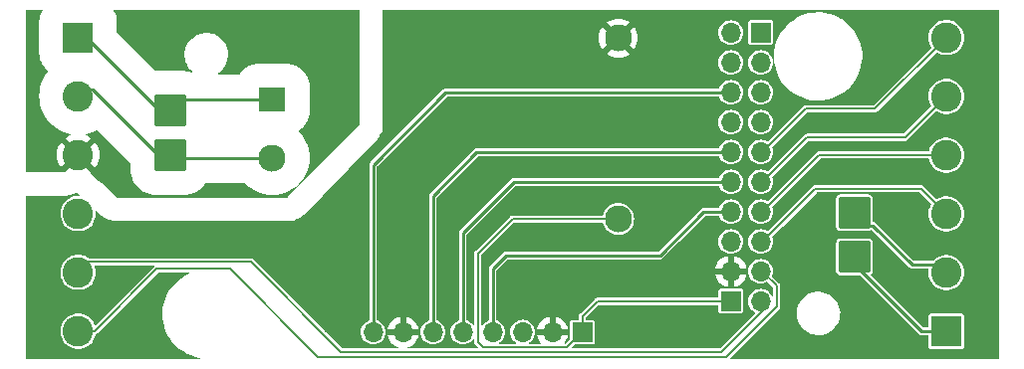
<source format=gbr>
%TF.GenerationSoftware,KiCad,Pcbnew,7.0.7*%
%TF.CreationDate,2024-03-03T11:29:50+01:00*%
%TF.ProjectId,Base,42617365-2e6b-4696-9361-645f70636258,rev?*%
%TF.SameCoordinates,Original*%
%TF.FileFunction,Copper,L2,Bot*%
%TF.FilePolarity,Positive*%
%FSLAX46Y46*%
G04 Gerber Fmt 4.6, Leading zero omitted, Abs format (unit mm)*
G04 Created by KiCad (PCBNEW 7.0.7) date 2024-03-03 11:29:50*
%MOMM*%
%LPD*%
G01*
G04 APERTURE LIST*
G04 Aperture macros list*
%AMRoundRect*
0 Rectangle with rounded corners*
0 $1 Rounding radius*
0 $2 $3 $4 $5 $6 $7 $8 $9 X,Y pos of 4 corners*
0 Add a 4 corners polygon primitive as box body*
4,1,4,$2,$3,$4,$5,$6,$7,$8,$9,$2,$3,0*
0 Add four circle primitives for the rounded corners*
1,1,$1+$1,$2,$3*
1,1,$1+$1,$4,$5*
1,1,$1+$1,$6,$7*
1,1,$1+$1,$8,$9*
0 Add four rect primitives between the rounded corners*
20,1,$1+$1,$2,$3,$4,$5,0*
20,1,$1+$1,$4,$5,$6,$7,0*
20,1,$1+$1,$6,$7,$8,$9,0*
20,1,$1+$1,$8,$9,$2,$3,0*%
G04 Aperture macros list end*
%TA.AperFunction,ComponentPad*%
%ADD10RoundRect,0.250000X-1.125000X-1.125000X1.125000X-1.125000X1.125000X1.125000X-1.125000X1.125000X0*%
%TD*%
%TA.AperFunction,ComponentPad*%
%ADD11R,2.600000X2.600000*%
%TD*%
%TA.AperFunction,ComponentPad*%
%ADD12C,2.600000*%
%TD*%
%TA.AperFunction,ComponentPad*%
%ADD13R,1.700000X1.700000*%
%TD*%
%TA.AperFunction,ComponentPad*%
%ADD14O,1.700000X1.700000*%
%TD*%
%TA.AperFunction,ComponentPad*%
%ADD15R,2.300000X2.000000*%
%TD*%
%TA.AperFunction,ComponentPad*%
%ADD16C,2.300000*%
%TD*%
%TA.AperFunction,Conductor*%
%ADD17C,0.200000*%
%TD*%
%TA.AperFunction,Conductor*%
%ADD18C,0.250000*%
%TD*%
G04 APERTURE END LIST*
D10*
%TO.P,W2_t1,1,Pin_1*%
%TO.N,Net-(J2-Pin_2)*%
X172161200Y-75819000D03*
%TD*%
D11*
%TO.P,J1,1,Pin_1*%
%TO.N,Net-(J1-Pin_1)*%
X106197400Y-60909200D03*
D12*
%TO.P,J1,2,Pin_2*%
%TO.N,Net-(J1-Pin_2)*%
X106197400Y-65909200D03*
%TO.P,J1,3,Pin_3*%
%TO.N,GNDREF*%
X106197400Y-70909200D03*
%TO.P,J1,4,Pin_4*%
%TO.N,unconnected-(J1-Pin_4-Pad4)*%
X106197400Y-75909200D03*
%TO.P,J1,5,Pin_5*%
%TO.N,/SW+*%
X106197400Y-80909200D03*
%TO.P,J1,6,Pin_6*%
%TO.N,/SW-*%
X106197400Y-85909200D03*
%TD*%
D11*
%TO.P,J2,1,Pin_1*%
%TO.N,Net-(J2-Pin_1)*%
X179984400Y-85928200D03*
D12*
%TO.P,J2,2,Pin_2*%
%TO.N,Net-(J2-Pin_2)*%
X179984400Y-80928200D03*
%TO.P,J2,3,Pin_3*%
%TO.N,/tv+*%
X179984400Y-75928200D03*
%TO.P,J2,4,Pin_4*%
%TO.N,/tv-*%
X179984400Y-70928200D03*
%TO.P,J2,5,Pin_5*%
%TO.N,/tr+*%
X179984400Y-65928200D03*
%TO.P,J2,6,Pin_6*%
%TO.N,/tr-*%
X179984400Y-60928200D03*
%TD*%
D10*
%TO.P,W1_N1,1,Pin_1*%
%TO.N,Net-(J1-Pin_2)*%
X114020600Y-70967600D03*
%TD*%
%TO.P,W2_k1,1,Pin_1*%
%TO.N,Net-(J2-Pin_1)*%
X172161200Y-79603600D03*
%TD*%
D13*
%TO.P,JB6,1,Pin_1*%
%TO.N,unconnected-(JB6-Pin_1-Pad1)*%
X164211000Y-60502800D03*
D14*
%TO.P,JB6,2,Pin_2*%
%TO.N,unconnected-(JB6-Pin_2-Pad2)*%
X164211000Y-63042800D03*
%TO.P,JB6,3,Pin_3*%
%TO.N,unconnected-(JB6-Pin_3-Pad3)*%
X164211000Y-65582800D03*
%TO.P,JB6,4,Pin_4*%
%TO.N,unconnected-(JB6-Pin_4-Pad4)*%
X164211000Y-68122800D03*
%TO.P,JB6,5,Pin_5*%
%TO.N,/tr-*%
X164211000Y-70662800D03*
%TO.P,JB6,6,Pin_6*%
%TO.N,/tr+*%
X164211000Y-73202800D03*
%TO.P,JB6,7,Pin_7*%
%TO.N,/tv-*%
X164211000Y-75742800D03*
%TO.P,JB6,8,Pin_8*%
%TO.N,/tv+*%
X164211000Y-78282800D03*
%TO.P,JB6,9,Pin_9*%
%TO.N,/SW-*%
X164211000Y-80822800D03*
%TO.P,JB6,10,Pin_10*%
%TO.N,/SW+*%
X164211000Y-83362800D03*
%TD*%
D15*
%TO.P,PS1,1,AC/L*%
%TO.N,Net-(J1-Pin_1)*%
X122707400Y-66167000D03*
D16*
%TO.P,PS1,2,AC/N*%
%TO.N,Net-(J1-Pin_2)*%
X122707400Y-71167000D03*
%TO.P,PS1,3,-Vout*%
%TO.N,/V-*%
X152107400Y-60967000D03*
%TO.P,PS1,4,+Vout*%
%TO.N,/V+*%
X152107400Y-76367000D03*
%TD*%
D13*
%TO.P,JB5,1,Pin_1*%
%TO.N,/V+*%
X161671000Y-83362800D03*
D14*
%TO.P,JB5,2,Pin_2*%
%TO.N,/V-*%
X161671000Y-80822800D03*
%TO.P,JB5,3,Pin_3*%
%TO.N,unconnected-(JB5-Pin_3-Pad3)*%
X161671000Y-78282800D03*
%TO.P,JB5,4,Pin_4*%
%TO.N,/SLK*%
X161671000Y-75742800D03*
%TO.P,JB5,5,Pin_5*%
%TO.N,/SDO*%
X161671000Y-73202800D03*
%TO.P,JB5,6,Pin_6*%
%TO.N,/SDI*%
X161671000Y-70662800D03*
%TO.P,JB5,7,Pin_7*%
%TO.N,unconnected-(JB5-Pin_7-Pad7)*%
X161671000Y-68122800D03*
%TO.P,JB5,8,Pin_8*%
%TO.N,/RST*%
X161671000Y-65582800D03*
%TO.P,JB5,9,Pin_9*%
%TO.N,unconnected-(JB5-Pin_9-Pad9)*%
X161671000Y-63042800D03*
%TO.P,JB5,10,Pin_10*%
%TO.N,unconnected-(JB5-Pin_10-Pad10)*%
X161671000Y-60502800D03*
%TD*%
D13*
%TO.P,IC1,1,Pin_1*%
%TO.N,/V+*%
X149047200Y-86004400D03*
D14*
%TO.P,IC1,2,Pin_2*%
%TO.N,/V-*%
X146507200Y-86004400D03*
%TO.P,IC1,3,Pin_3*%
%TO.N,unconnected-(IC1-Pin_3-Pad3)*%
X143967200Y-86004400D03*
%TO.P,IC1,4,Pin_4*%
%TO.N,/SLK*%
X141427200Y-86004400D03*
%TO.P,IC1,5,Pin_5*%
%TO.N,/SDO*%
X138887200Y-86004400D03*
%TO.P,IC1,6,Pin_6*%
%TO.N,/SDI*%
X136347200Y-86004400D03*
%TO.P,IC1,7,Pin_7*%
%TO.N,/V-*%
X133807200Y-86004400D03*
%TO.P,IC1,8,Pin_8*%
%TO.N,/RST*%
X131267200Y-86004400D03*
%TD*%
D10*
%TO.P,W1_L1,1,Pin_1*%
%TO.N,Net-(J1-Pin_1)*%
X114020600Y-67157600D03*
%TD*%
D17*
%TO.N,/SW-*%
X119107400Y-80626400D02*
X112870800Y-80626400D01*
X107588000Y-85909200D02*
X106197400Y-85909200D01*
X112870800Y-80626400D02*
X107588000Y-85909200D01*
X161315400Y-88087200D02*
X126568200Y-88087200D01*
X165557200Y-82067400D02*
X165557200Y-83845400D01*
X165557200Y-83845400D02*
X161315400Y-88087200D01*
X126568200Y-88087200D02*
X119107400Y-80626400D01*
X164338000Y-80848200D02*
X165557200Y-82067400D01*
D18*
%TO.N,/SLK*%
X155651200Y-79476600D02*
X142544800Y-79476600D01*
X141427200Y-80594200D02*
X141427200Y-86004400D01*
X142544800Y-79476600D02*
X141427200Y-80594200D01*
X161721800Y-75768200D02*
X159359600Y-75768200D01*
X159359600Y-75768200D02*
X155651200Y-79476600D01*
%TO.N,/SDO*%
X138887200Y-77571600D02*
X138887200Y-86004400D01*
X161721800Y-73228200D02*
X143230600Y-73228200D01*
X143230600Y-73228200D02*
X138887200Y-77571600D01*
%TO.N,/SDI*%
X161721800Y-70688200D02*
X140055600Y-70688200D01*
X136347200Y-74396600D02*
X136347200Y-86004400D01*
X140055600Y-70688200D02*
X136347200Y-74396600D01*
%TO.N,/RST*%
X161721800Y-65608200D02*
X137414000Y-65608200D01*
X137414000Y-65608200D02*
X131267200Y-71755000D01*
X131267200Y-71755000D02*
X131267200Y-86004400D01*
%TO.N,Net-(J1-Pin_1)*%
X114020600Y-67157600D02*
X115011200Y-66167000D01*
X115011200Y-66167000D02*
X122707400Y-66167000D01*
X106883200Y-60909200D02*
X113131600Y-67157600D01*
%TO.N,Net-(J1-Pin_2)*%
X107416600Y-65379600D02*
X113004600Y-70967600D01*
X114220000Y-71167000D02*
X122707400Y-71167000D01*
X106727000Y-65379600D02*
X107416600Y-65379600D01*
D17*
%TO.N,/SW+*%
X164338000Y-83388200D02*
X164338000Y-84226400D01*
X120853200Y-80010000D02*
X107096600Y-80010000D01*
X160877200Y-87687200D02*
X128530400Y-87687200D01*
X128530400Y-87687200D02*
X120853200Y-80010000D01*
X164338000Y-84226400D02*
X160877200Y-87687200D01*
D18*
%TO.N,Net-(J2-Pin_1)*%
X177901600Y-85928200D02*
X179984400Y-85928200D01*
X172694600Y-80721200D02*
X177901600Y-85928200D01*
%TO.N,Net-(J2-Pin_2)*%
X173761400Y-76936600D02*
X177088800Y-80264000D01*
X177088800Y-80264000D02*
X179320200Y-80264000D01*
X172694600Y-76936600D02*
X173761400Y-76936600D01*
D17*
%TO.N,/tv+*%
X177868600Y-73812400D02*
X168833800Y-73812400D01*
X168833800Y-73812400D02*
X164338000Y-78308200D01*
X179984400Y-75928200D02*
X177868600Y-73812400D01*
%TO.N,/tv-*%
X169178000Y-70928200D02*
X179984400Y-70928200D01*
X164338000Y-75768200D02*
X169178000Y-70928200D01*
%TO.N,/tr+*%
X168148000Y-69418200D02*
X176494400Y-69418200D01*
X176494400Y-69418200D02*
X179984400Y-65928200D01*
X164338000Y-73228200D02*
X168148000Y-69418200D01*
%TO.N,/tr-*%
X168027400Y-66998800D02*
X173913800Y-66998800D01*
X173913800Y-66998800D02*
X179984400Y-60928200D01*
X164338000Y-70688200D02*
X168027400Y-66998800D01*
%TO.N,/V+*%
X140157200Y-86842600D02*
X140157200Y-79324200D01*
X149047200Y-86004400D02*
X149047200Y-84658200D01*
X149047200Y-86004400D02*
X147764400Y-87287200D01*
X140157200Y-79324200D02*
X143114400Y-76367000D01*
X150317200Y-83388200D02*
X161721800Y-83388200D01*
X143114400Y-76367000D02*
X152107400Y-76367000D01*
X147764400Y-87287200D02*
X140601800Y-87287200D01*
X140601800Y-87287200D02*
X140157200Y-86842600D01*
X149047200Y-84658200D02*
X150317200Y-83388200D01*
%TD*%
%TA.AperFunction,Conductor*%
%TO.N,/V-*%
G36*
X184458148Y-58561852D02*
G01*
X184472500Y-58596500D01*
X184472500Y-88243500D01*
X184458148Y-88278148D01*
X184423500Y-88292500D01*
X161653366Y-88292500D01*
X161618718Y-88278148D01*
X161604366Y-88243500D01*
X161618718Y-88208852D01*
X163670549Y-86157021D01*
X165355461Y-84472108D01*
X167254979Y-84472108D01*
X167284670Y-84741947D01*
X167353331Y-85004583D01*
X167459501Y-85254421D01*
X167459503Y-85254424D01*
X167600919Y-85486144D01*
X167774568Y-85694804D01*
X167976746Y-85875957D01*
X168203147Y-86025742D01*
X168448943Y-86140967D01*
X168708897Y-86219175D01*
X168977468Y-86258700D01*
X168977469Y-86258700D01*
X169180986Y-86258700D01*
X169383928Y-86243846D01*
X169383930Y-86243845D01*
X169383940Y-86243845D01*
X169648909Y-86184821D01*
X169902461Y-86087846D01*
X170139191Y-85954986D01*
X170317623Y-85817205D01*
X170354048Y-85789079D01*
X170354048Y-85789078D01*
X170354053Y-85789075D01*
X170542469Y-85593647D01*
X170700423Y-85372868D01*
X170824548Y-85131444D01*
X170912198Y-84874520D01*
X170961506Y-84607571D01*
X170971420Y-84336289D01*
X170941730Y-84066453D01*
X170873068Y-83803816D01*
X170766897Y-83553976D01*
X170625481Y-83322256D01*
X170451832Y-83113596D01*
X170249654Y-82932443D01*
X170023253Y-82782658D01*
X170023251Y-82782657D01*
X170023248Y-82782655D01*
X169777457Y-82667433D01*
X169777457Y-82667432D01*
X169517503Y-82589225D01*
X169517499Y-82589224D01*
X169517498Y-82589224D01*
X169248937Y-82549700D01*
X169248932Y-82549700D01*
X169045419Y-82549700D01*
X169045414Y-82549700D01*
X168842471Y-82564553D01*
X168842463Y-82564554D01*
X168731712Y-82589225D01*
X168577491Y-82623579D01*
X168577489Y-82623579D01*
X168577483Y-82623581D01*
X168323936Y-82720555D01*
X168087209Y-82853413D01*
X168087201Y-82853419D01*
X167872351Y-83019320D01*
X167683930Y-83214754D01*
X167683925Y-83214760D01*
X167525977Y-83435530D01*
X167401854Y-83676951D01*
X167401852Y-83676954D01*
X167401852Y-83676956D01*
X167350928Y-83826228D01*
X167314201Y-83933883D01*
X167264894Y-84200826D01*
X167264893Y-84200840D01*
X167254979Y-84472108D01*
X165355461Y-84472108D01*
X165729372Y-84098197D01*
X165737821Y-84092120D01*
X165737803Y-84092096D01*
X165741424Y-84089361D01*
X165741425Y-84089359D01*
X165741428Y-84089358D01*
X165774222Y-84053383D01*
X165774982Y-84052587D01*
X165789374Y-84038197D01*
X165792364Y-84033831D01*
X165794468Y-84031176D01*
X165795178Y-84030396D01*
X165817116Y-84006333D01*
X165822763Y-83991756D01*
X165828025Y-83981771D01*
X165836856Y-83968881D01*
X165844551Y-83936160D01*
X165845556Y-83932919D01*
X165857700Y-83901572D01*
X165857700Y-83885945D01*
X165859002Y-83874725D01*
X165862579Y-83859519D01*
X165857933Y-83826226D01*
X165857699Y-83822839D01*
X165857699Y-83019320D01*
X165857699Y-82124403D01*
X165859375Y-82114141D01*
X165859345Y-82114137D01*
X165859971Y-82109639D01*
X165859973Y-82109635D01*
X165857726Y-82061024D01*
X165857700Y-82059893D01*
X165857700Y-82039557D01*
X165857023Y-82035937D01*
X165856726Y-82034353D01*
X165856336Y-82030984D01*
X165855687Y-82016937D01*
X165854785Y-81997408D01*
X165854783Y-81997403D01*
X165848472Y-81983110D01*
X165845132Y-81972327D01*
X165842261Y-81956967D01*
X165824567Y-81928389D01*
X165822983Y-81925384D01*
X165809405Y-81894633D01*
X165798358Y-81883586D01*
X165791346Y-81874734D01*
X165783120Y-81861450D01*
X165783119Y-81861448D01*
X165783117Y-81861446D01*
X165783116Y-81861445D01*
X165756293Y-81841190D01*
X165753730Y-81838959D01*
X165196289Y-81281518D01*
X165181937Y-81246870D01*
X165185666Y-81228121D01*
X165186231Y-81226756D01*
X165191747Y-81208573D01*
X165246300Y-81028734D01*
X165266583Y-80822800D01*
X165262651Y-80782875D01*
X170585700Y-80782875D01*
X170588553Y-80813298D01*
X170588553Y-80813299D01*
X170633404Y-80941476D01*
X170633408Y-80941485D01*
X170714049Y-81050750D01*
X170823314Y-81131391D01*
X170823317Y-81131392D01*
X170823318Y-81131393D01*
X170823320Y-81131393D01*
X170823323Y-81131395D01*
X170886776Y-81153598D01*
X170951501Y-81176246D01*
X170981934Y-81179100D01*
X172671878Y-81179100D01*
X172706526Y-81193452D01*
X177660625Y-86147551D01*
X177662070Y-86149128D01*
X177689144Y-86181393D01*
X177689145Y-86181395D01*
X177711431Y-86194261D01*
X177725629Y-86202458D01*
X177727406Y-86203590D01*
X177761916Y-86227754D01*
X177769728Y-86229846D01*
X177781543Y-86234739D01*
X177788555Y-86238788D01*
X177825019Y-86245217D01*
X177830024Y-86246100D01*
X177832108Y-86246562D01*
X177872793Y-86257464D01*
X177907813Y-86254400D01*
X177914754Y-86253793D01*
X177916890Y-86253700D01*
X178434900Y-86253700D01*
X178469548Y-86268052D01*
X178483900Y-86302699D01*
X178483900Y-87247948D01*
X178495533Y-87306431D01*
X178500056Y-87313200D01*
X178539847Y-87372752D01*
X178550897Y-87380135D01*
X178606169Y-87417067D01*
X178664652Y-87428700D01*
X178664655Y-87428700D01*
X181304145Y-87428700D01*
X181304148Y-87428700D01*
X181362631Y-87417067D01*
X181428952Y-87372752D01*
X181473267Y-87306431D01*
X181484900Y-87247948D01*
X181484900Y-84608452D01*
X181473267Y-84549969D01*
X181438051Y-84497265D01*
X181428952Y-84483647D01*
X181389195Y-84457082D01*
X181362631Y-84439333D01*
X181304148Y-84427700D01*
X178664652Y-84427700D01*
X178606169Y-84439333D01*
X178539847Y-84483647D01*
X178505723Y-84534719D01*
X178495533Y-84549969D01*
X178483900Y-84608452D01*
X178483900Y-84608455D01*
X178483900Y-85553700D01*
X178469548Y-85588348D01*
X178434900Y-85602700D01*
X178056722Y-85602700D01*
X178022074Y-85588348D01*
X173577339Y-81143613D01*
X173562987Y-81108965D01*
X173577339Y-81074317D01*
X173582891Y-81069539D01*
X173608351Y-81050749D01*
X173688991Y-80941485D01*
X173688991Y-80941484D01*
X173688993Y-80941482D01*
X173733846Y-80813299D01*
X173736700Y-80782866D01*
X173736700Y-78424334D01*
X173733846Y-78393901D01*
X173688993Y-78265718D01*
X173688992Y-78265717D01*
X173688991Y-78265714D01*
X173608350Y-78156449D01*
X173499085Y-78075808D01*
X173499076Y-78075804D01*
X173370898Y-78030953D01*
X173340475Y-78028100D01*
X173340466Y-78028100D01*
X170981934Y-78028100D01*
X170981924Y-78028100D01*
X170951501Y-78030953D01*
X170951500Y-78030953D01*
X170823323Y-78075804D01*
X170823314Y-78075808D01*
X170714049Y-78156449D01*
X170633408Y-78265714D01*
X170633404Y-78265723D01*
X170588553Y-78393900D01*
X170588553Y-78393901D01*
X170585700Y-78424324D01*
X170585700Y-80782875D01*
X165262651Y-80782875D01*
X165246300Y-80616866D01*
X165186232Y-80418846D01*
X165088685Y-80236350D01*
X164957410Y-80076390D01*
X164797450Y-79945115D01*
X164614954Y-79847568D01*
X164416934Y-79787500D01*
X164211000Y-79767217D01*
X164005065Y-79787500D01*
X164005064Y-79787500D01*
X163807043Y-79847569D01*
X163624548Y-79945116D01*
X163464590Y-80076390D01*
X163333316Y-80236348D01*
X163235769Y-80418843D01*
X163175700Y-80616864D01*
X163175700Y-80616865D01*
X163155417Y-80822799D01*
X163155417Y-80822800D01*
X163175700Y-81028734D01*
X163175700Y-81028735D01*
X163201855Y-81114958D01*
X163235768Y-81226754D01*
X163333315Y-81409250D01*
X163464590Y-81569210D01*
X163624550Y-81700485D01*
X163807046Y-81798032D01*
X164005066Y-81858100D01*
X164211000Y-81878383D01*
X164416934Y-81858100D01*
X164614954Y-81798032D01*
X164744458Y-81728808D01*
X164781779Y-81725133D01*
X164802204Y-81737374D01*
X165242348Y-82177519D01*
X165256700Y-82212166D01*
X165256700Y-82895063D01*
X165242348Y-82929711D01*
X165207700Y-82944063D01*
X165173052Y-82929711D01*
X165164486Y-82918162D01*
X165147667Y-82886696D01*
X165088685Y-82776350D01*
X164957410Y-82616390D01*
X164797450Y-82485115D01*
X164614954Y-82387568D01*
X164416934Y-82327500D01*
X164211000Y-82307217D01*
X164005065Y-82327500D01*
X164005064Y-82327500D01*
X163807043Y-82387569D01*
X163624548Y-82485116D01*
X163464590Y-82616390D01*
X163333316Y-82776348D01*
X163235769Y-82958843D01*
X163175700Y-83156864D01*
X163175700Y-83156865D01*
X163169999Y-83214753D01*
X163155417Y-83362800D01*
X163175700Y-83568734D01*
X163235768Y-83766754D01*
X163333315Y-83949250D01*
X163464590Y-84109210D01*
X163624550Y-84240485D01*
X163745097Y-84304919D01*
X163768888Y-84333909D01*
X163765212Y-84371232D01*
X163756646Y-84382781D01*
X160767081Y-87372348D01*
X160732433Y-87386700D01*
X148208167Y-87386700D01*
X148173519Y-87372348D01*
X148159167Y-87337700D01*
X148173519Y-87303052D01*
X148407319Y-87069252D01*
X148441967Y-87054900D01*
X149916945Y-87054900D01*
X149916948Y-87054900D01*
X149975431Y-87043267D01*
X150041752Y-86998952D01*
X150086067Y-86932631D01*
X150097700Y-86874148D01*
X150097700Y-85134652D01*
X150086067Y-85076169D01*
X150054662Y-85029169D01*
X150041752Y-85009847D01*
X149980769Y-84969100D01*
X149975431Y-84965533D01*
X149916948Y-84953900D01*
X149916945Y-84953900D01*
X149396700Y-84953900D01*
X149362052Y-84939548D01*
X149347700Y-84904900D01*
X149347700Y-84802967D01*
X149362052Y-84768319D01*
X150427319Y-83703052D01*
X150461967Y-83688700D01*
X160571500Y-83688700D01*
X160606148Y-83703052D01*
X160620500Y-83737700D01*
X160620500Y-84232548D01*
X160632133Y-84291031D01*
X160641413Y-84304919D01*
X160676447Y-84357352D01*
X160702701Y-84374894D01*
X160742769Y-84401667D01*
X160801252Y-84413300D01*
X160801255Y-84413300D01*
X162540745Y-84413300D01*
X162540748Y-84413300D01*
X162599231Y-84401667D01*
X162665552Y-84357352D01*
X162709867Y-84291031D01*
X162721500Y-84232548D01*
X162721500Y-82493052D01*
X162709867Y-82434569D01*
X162678597Y-82387771D01*
X162665552Y-82368247D01*
X162604569Y-82327500D01*
X162599231Y-82323933D01*
X162540748Y-82312300D01*
X160801252Y-82312300D01*
X160742769Y-82323933D01*
X160676447Y-82368247D01*
X160632132Y-82434568D01*
X160632133Y-82434569D01*
X160620500Y-82493052D01*
X160620500Y-82493054D01*
X160620500Y-82493055D01*
X160620500Y-83038700D01*
X160606148Y-83073348D01*
X160571500Y-83087700D01*
X150374210Y-83087700D01*
X150363938Y-83086024D01*
X150363934Y-83086054D01*
X150359439Y-83085427D01*
X150359435Y-83085427D01*
X150333292Y-83086635D01*
X150310824Y-83087674D01*
X150309693Y-83087700D01*
X150289356Y-83087700D01*
X150284155Y-83088671D01*
X150280786Y-83089061D01*
X150247207Y-83090615D01*
X150232903Y-83096929D01*
X150222123Y-83100267D01*
X150206770Y-83103138D01*
X150206766Y-83103139D01*
X150178185Y-83120833D01*
X150175183Y-83122415D01*
X150144437Y-83135992D01*
X150144435Y-83135994D01*
X150133385Y-83147043D01*
X150124538Y-83154050D01*
X150111248Y-83162280D01*
X150090990Y-83189104D01*
X150088761Y-83191666D01*
X148875025Y-84405402D01*
X148866574Y-84411484D01*
X148866593Y-84411508D01*
X148862968Y-84414245D01*
X148830177Y-84450213D01*
X148829397Y-84451030D01*
X148815033Y-84465394D01*
X148815023Y-84465406D01*
X148812032Y-84469770D01*
X148809928Y-84472426D01*
X148787285Y-84497265D01*
X148787283Y-84497268D01*
X148781636Y-84511844D01*
X148776372Y-84521830D01*
X148767543Y-84534719D01*
X148767543Y-84534720D01*
X148759847Y-84567436D01*
X148758843Y-84570679D01*
X148746700Y-84602028D01*
X148746700Y-84617653D01*
X148745398Y-84628872D01*
X148741821Y-84644076D01*
X148741821Y-84644081D01*
X148746465Y-84677369D01*
X148746700Y-84680757D01*
X148746700Y-84904900D01*
X148732348Y-84939548D01*
X148697700Y-84953900D01*
X148177452Y-84953900D01*
X148118968Y-84965532D01*
X148118969Y-84965533D01*
X148052647Y-85009847D01*
X148008333Y-85076168D01*
X148008333Y-85076169D01*
X147996700Y-85134652D01*
X147996700Y-85134655D01*
X147996700Y-86609633D01*
X147982348Y-86644281D01*
X147654281Y-86972348D01*
X147619633Y-86986700D01*
X147552384Y-86986700D01*
X147517736Y-86972348D01*
X147503384Y-86937700D01*
X147517736Y-86903052D01*
X147545308Y-86875479D01*
X147545314Y-86875472D01*
X147680794Y-86681989D01*
X147680801Y-86681977D01*
X147780631Y-86467888D01*
X147780633Y-86467883D01*
X147837836Y-86254400D01*
X147020359Y-86254400D01*
X146985711Y-86240048D01*
X146971359Y-86205400D01*
X146973344Y-86191595D01*
X147007199Y-86076293D01*
X147007200Y-86076288D01*
X147007200Y-85932511D01*
X147007199Y-85932506D01*
X146973344Y-85817205D01*
X146977353Y-85779917D01*
X147006554Y-85756385D01*
X147020359Y-85754400D01*
X147837836Y-85754400D01*
X147837836Y-85754399D01*
X147780633Y-85540916D01*
X147780632Y-85540911D01*
X147680801Y-85326823D01*
X147680794Y-85326811D01*
X147545314Y-85133327D01*
X147545308Y-85133320D01*
X147378279Y-84966291D01*
X147378272Y-84966285D01*
X147184789Y-84830805D01*
X147184777Y-84830798D01*
X146970688Y-84730968D01*
X146970683Y-84730966D01*
X146757200Y-84673763D01*
X146757200Y-85492652D01*
X146742848Y-85527300D01*
X146708200Y-85541652D01*
X146687845Y-85537224D01*
X146649515Y-85519720D01*
X146649517Y-85519720D01*
X146542965Y-85504400D01*
X146542963Y-85504400D01*
X146471437Y-85504400D01*
X146471434Y-85504400D01*
X146364883Y-85519720D01*
X146326555Y-85537224D01*
X146289076Y-85538562D01*
X146261628Y-85513007D01*
X146257200Y-85492652D01*
X146257200Y-84673763D01*
X146257199Y-84673763D01*
X146043716Y-84730966D01*
X146043711Y-84730967D01*
X145829623Y-84830798D01*
X145829611Y-84830805D01*
X145636127Y-84966285D01*
X145636120Y-84966291D01*
X145469091Y-85133320D01*
X145469085Y-85133327D01*
X145333605Y-85326811D01*
X145333598Y-85326823D01*
X145233767Y-85540911D01*
X145233766Y-85540916D01*
X145176563Y-85754399D01*
X145176564Y-85754400D01*
X145994041Y-85754400D01*
X146028689Y-85768752D01*
X146043041Y-85803400D01*
X146041056Y-85817205D01*
X146007200Y-85932506D01*
X146007200Y-86076293D01*
X146041056Y-86191595D01*
X146037047Y-86228883D01*
X146007846Y-86252415D01*
X145994041Y-86254400D01*
X145176563Y-86254400D01*
X145233766Y-86467883D01*
X145233768Y-86467888D01*
X145333598Y-86681977D01*
X145333605Y-86681989D01*
X145469085Y-86875472D01*
X145469091Y-86875479D01*
X145496664Y-86903052D01*
X145511016Y-86937700D01*
X145496664Y-86972348D01*
X145462016Y-86986700D01*
X144553547Y-86986700D01*
X144518899Y-86972348D01*
X144504547Y-86937700D01*
X144518899Y-86903052D01*
X144530447Y-86894487D01*
X144553650Y-86882085D01*
X144713610Y-86750810D01*
X144844885Y-86590850D01*
X144942432Y-86408354D01*
X145002500Y-86210334D01*
X145022783Y-86004400D01*
X145002500Y-85798466D01*
X144942432Y-85600446D01*
X144844885Y-85417950D01*
X144713610Y-85257990D01*
X144553650Y-85126715D01*
X144371154Y-85029168D01*
X144173134Y-84969100D01*
X143967200Y-84948817D01*
X143761265Y-84969100D01*
X143761264Y-84969100D01*
X143626936Y-85009848D01*
X143563250Y-85029167D01*
X143563243Y-85029169D01*
X143380748Y-85126716D01*
X143220790Y-85257990D01*
X143089516Y-85417948D01*
X142991969Y-85600443D01*
X142931900Y-85798464D01*
X142931900Y-85798465D01*
X142911617Y-86004399D01*
X142911617Y-86004400D01*
X142931900Y-86210334D01*
X142931900Y-86210335D01*
X142946571Y-86258699D01*
X142991968Y-86408354D01*
X143089515Y-86590850D01*
X143220790Y-86750810D01*
X143380750Y-86882085D01*
X143403951Y-86894486D01*
X143427743Y-86923476D01*
X143424067Y-86960798D01*
X143395077Y-86984590D01*
X143380853Y-86986700D01*
X142013547Y-86986700D01*
X141978899Y-86972348D01*
X141964547Y-86937700D01*
X141978899Y-86903052D01*
X141990447Y-86894487D01*
X142013650Y-86882085D01*
X142173610Y-86750810D01*
X142304885Y-86590850D01*
X142402432Y-86408354D01*
X142462500Y-86210334D01*
X142482783Y-86004400D01*
X142462500Y-85798466D01*
X142402432Y-85600446D01*
X142304885Y-85417950D01*
X142173610Y-85257990D01*
X142013650Y-85126715D01*
X141831154Y-85029168D01*
X141831151Y-85029167D01*
X141787476Y-85015918D01*
X141758486Y-84992126D01*
X141752700Y-84969028D01*
X141752700Y-81072800D01*
X160340363Y-81072800D01*
X160397566Y-81286283D01*
X160397568Y-81286288D01*
X160497398Y-81500377D01*
X160497405Y-81500389D01*
X160632885Y-81693872D01*
X160632891Y-81693879D01*
X160799920Y-81860908D01*
X160799927Y-81860914D01*
X160993410Y-81996394D01*
X160993422Y-81996401D01*
X161207511Y-82096231D01*
X161207516Y-82096233D01*
X161421000Y-82153434D01*
X161421000Y-81334547D01*
X161435352Y-81299899D01*
X161470000Y-81285547D01*
X161490353Y-81289974D01*
X161528685Y-81307480D01*
X161635237Y-81322800D01*
X161635241Y-81322800D01*
X161706759Y-81322800D01*
X161706763Y-81322800D01*
X161813315Y-81307480D01*
X161851645Y-81289974D01*
X161889123Y-81288636D01*
X161916572Y-81314191D01*
X161921000Y-81334547D01*
X161921000Y-82153434D01*
X162134483Y-82096233D01*
X162134488Y-82096231D01*
X162348577Y-81996401D01*
X162348589Y-81996394D01*
X162542072Y-81860914D01*
X162542079Y-81860908D01*
X162709108Y-81693879D01*
X162709114Y-81693872D01*
X162844594Y-81500389D01*
X162844601Y-81500377D01*
X162944431Y-81286288D01*
X162944433Y-81286283D01*
X163001636Y-81072800D01*
X162184159Y-81072800D01*
X162149511Y-81058448D01*
X162135159Y-81023800D01*
X162137144Y-81009995D01*
X162170999Y-80894693D01*
X162171000Y-80894688D01*
X162171000Y-80750911D01*
X162170999Y-80750906D01*
X162137144Y-80635605D01*
X162141153Y-80598317D01*
X162170354Y-80574785D01*
X162184159Y-80572800D01*
X163001636Y-80572800D01*
X163001636Y-80572799D01*
X162944433Y-80359316D01*
X162944432Y-80359311D01*
X162844601Y-80145223D01*
X162844594Y-80145211D01*
X162709114Y-79951727D01*
X162709108Y-79951720D01*
X162542079Y-79784691D01*
X162542072Y-79784685D01*
X162348589Y-79649205D01*
X162348577Y-79649198D01*
X162134488Y-79549368D01*
X162134483Y-79549366D01*
X161921000Y-79492163D01*
X161921000Y-80311052D01*
X161906648Y-80345700D01*
X161872000Y-80360052D01*
X161851645Y-80355624D01*
X161813315Y-80338120D01*
X161813317Y-80338120D01*
X161706765Y-80322800D01*
X161706763Y-80322800D01*
X161635237Y-80322800D01*
X161635234Y-80322800D01*
X161528683Y-80338120D01*
X161490355Y-80355624D01*
X161452876Y-80356962D01*
X161425428Y-80331407D01*
X161421000Y-80311052D01*
X161421000Y-79492163D01*
X161420999Y-79492163D01*
X161207516Y-79549366D01*
X161207511Y-79549367D01*
X160993423Y-79649198D01*
X160993411Y-79649205D01*
X160799927Y-79784685D01*
X160799920Y-79784691D01*
X160632891Y-79951720D01*
X160632885Y-79951727D01*
X160497405Y-80145211D01*
X160497398Y-80145223D01*
X160397567Y-80359311D01*
X160397566Y-80359316D01*
X160340363Y-80572799D01*
X160340364Y-80572800D01*
X161157841Y-80572800D01*
X161192489Y-80587152D01*
X161206841Y-80621800D01*
X161204856Y-80635605D01*
X161171000Y-80750906D01*
X161171000Y-80894693D01*
X161204856Y-81009995D01*
X161200847Y-81047283D01*
X161171646Y-81070815D01*
X161157841Y-81072800D01*
X160340363Y-81072800D01*
X141752700Y-81072800D01*
X141752700Y-80749322D01*
X141767052Y-80714674D01*
X142665274Y-79816452D01*
X142699922Y-79802100D01*
X155635910Y-79802100D01*
X155638046Y-79802193D01*
X155646100Y-79802897D01*
X155680007Y-79805864D01*
X155720695Y-79794961D01*
X155722774Y-79794500D01*
X155764245Y-79787188D01*
X155771254Y-79783140D01*
X155783071Y-79778246D01*
X155790884Y-79776154D01*
X155825390Y-79751991D01*
X155827165Y-79750860D01*
X155863655Y-79729794D01*
X155890732Y-79697523D01*
X155892165Y-79695959D01*
X157305324Y-78282800D01*
X160615417Y-78282800D01*
X160635700Y-78488734D01*
X160695768Y-78686754D01*
X160793315Y-78869250D01*
X160924590Y-79029210D01*
X161084550Y-79160485D01*
X161267046Y-79258032D01*
X161465066Y-79318100D01*
X161650715Y-79336385D01*
X161670999Y-79338383D01*
X161670999Y-79338382D01*
X161671000Y-79338383D01*
X161876934Y-79318100D01*
X162074954Y-79258032D01*
X162257450Y-79160485D01*
X162417410Y-79029210D01*
X162548685Y-78869250D01*
X162646232Y-78686754D01*
X162706300Y-78488734D01*
X162726583Y-78282800D01*
X163155417Y-78282800D01*
X163175700Y-78488734D01*
X163235768Y-78686754D01*
X163333315Y-78869250D01*
X163464590Y-79029210D01*
X163624550Y-79160485D01*
X163807046Y-79258032D01*
X164005066Y-79318100D01*
X164190715Y-79336385D01*
X164210999Y-79338383D01*
X164210999Y-79338382D01*
X164211000Y-79338383D01*
X164416934Y-79318100D01*
X164614954Y-79258032D01*
X164797450Y-79160485D01*
X164957410Y-79029210D01*
X165088685Y-78869250D01*
X165186232Y-78686754D01*
X165246300Y-78488734D01*
X165266583Y-78282800D01*
X165246300Y-78076866D01*
X165196175Y-77911623D01*
X165199851Y-77874301D01*
X165208414Y-77862755D01*
X166072894Y-76998275D01*
X170585700Y-76998275D01*
X170588553Y-77028698D01*
X170588553Y-77028699D01*
X170633404Y-77156876D01*
X170633408Y-77156885D01*
X170714049Y-77266150D01*
X170823314Y-77346791D01*
X170823317Y-77346792D01*
X170823318Y-77346793D01*
X170823320Y-77346793D01*
X170823323Y-77346795D01*
X170935131Y-77385918D01*
X170951501Y-77391646D01*
X170981934Y-77394500D01*
X170981944Y-77394500D01*
X173340456Y-77394500D01*
X173340466Y-77394500D01*
X173370899Y-77391646D01*
X173499082Y-77346793D01*
X173499085Y-77346791D01*
X173587238Y-77281732D01*
X173623638Y-77272704D01*
X173650983Y-77286509D01*
X176847830Y-80483357D01*
X176849275Y-80484934D01*
X176876341Y-80517191D01*
X176876344Y-80517193D01*
X176876345Y-80517194D01*
X176912814Y-80538249D01*
X176914613Y-80539395D01*
X176949111Y-80563551D01*
X176949113Y-80563552D01*
X176949116Y-80563554D01*
X176956928Y-80565646D01*
X176968743Y-80570539D01*
X176975755Y-80574588D01*
X177017242Y-80581902D01*
X177019301Y-80582359D01*
X177059993Y-80593263D01*
X177096037Y-80590109D01*
X177101945Y-80589593D01*
X177104081Y-80589500D01*
X178459351Y-80589500D01*
X178493999Y-80603852D01*
X178508351Y-80638500D01*
X178506851Y-80650529D01*
X178499293Y-80680372D01*
X178499293Y-80680373D01*
X178499292Y-80680376D01*
X178499292Y-80680379D01*
X178478757Y-80928200D01*
X178499292Y-81176021D01*
X178560140Y-81416304D01*
X178560338Y-81417083D01*
X178660225Y-81644804D01*
X178660232Y-81644816D01*
X178796234Y-81852984D01*
X178961662Y-82032686D01*
X178964656Y-82035938D01*
X179160891Y-82188674D01*
X179160898Y-82188678D01*
X179160900Y-82188679D01*
X179379582Y-82307024D01*
X179379584Y-82307024D01*
X179379590Y-82307028D01*
X179614786Y-82387771D01*
X179860065Y-82428700D01*
X179860068Y-82428700D01*
X180108732Y-82428700D01*
X180108735Y-82428700D01*
X180354014Y-82387771D01*
X180589210Y-82307028D01*
X180807909Y-82188674D01*
X181004144Y-82035938D01*
X181008705Y-82030984D01*
X181172565Y-81852984D01*
X181308567Y-81644816D01*
X181308573Y-81644807D01*
X181408463Y-81417081D01*
X181469508Y-81176021D01*
X181490043Y-80928200D01*
X181469508Y-80680379D01*
X181408463Y-80439319D01*
X181308573Y-80211593D01*
X181308571Y-80211590D01*
X181308567Y-80211583D01*
X181172565Y-80003415D01*
X181004144Y-79820462D01*
X180807913Y-79667729D01*
X180807912Y-79667728D01*
X180807909Y-79667726D01*
X180807904Y-79667723D01*
X180807899Y-79667720D01*
X180589217Y-79549375D01*
X180589211Y-79549372D01*
X180589210Y-79549372D01*
X180533862Y-79530371D01*
X180354015Y-79468629D01*
X180292694Y-79458396D01*
X180108735Y-79427700D01*
X179860065Y-79427700D01*
X179728649Y-79449629D01*
X179614784Y-79468629D01*
X179379592Y-79549371D01*
X179379582Y-79549375D01*
X179160900Y-79667720D01*
X179160886Y-79667729D01*
X178964658Y-79820459D01*
X178953873Y-79832175D01*
X178870550Y-79922687D01*
X178836526Y-79938458D01*
X178834501Y-79938500D01*
X177243923Y-79938500D01*
X177209275Y-79924148D01*
X174002368Y-76717242D01*
X174000923Y-76715665D01*
X173973855Y-76683406D01*
X173973854Y-76683405D01*
X173973853Y-76683404D01*
X173950485Y-76669913D01*
X173937377Y-76662344D01*
X173935582Y-76661201D01*
X173912164Y-76644804D01*
X173901084Y-76637046D01*
X173901083Y-76637045D01*
X173901082Y-76637045D01*
X173893267Y-76634951D01*
X173881448Y-76630055D01*
X173874446Y-76626012D01*
X173874444Y-76626011D01*
X173832980Y-76618700D01*
X173830893Y-76618237D01*
X173811584Y-76613063D01*
X173790207Y-76607336D01*
X173790205Y-76607336D01*
X173789967Y-76607357D01*
X173789784Y-76607299D01*
X173785938Y-76606963D01*
X173786012Y-76606109D01*
X173754201Y-76596077D01*
X173736886Y-76562810D01*
X173736700Y-76558543D01*
X173736700Y-74639743D01*
X173736699Y-74639724D01*
X173733846Y-74609301D01*
X173733846Y-74609300D01*
X173688995Y-74481123D01*
X173688991Y-74481114D01*
X173608350Y-74371849D01*
X173499085Y-74291208D01*
X173499076Y-74291204D01*
X173370898Y-74246353D01*
X173340475Y-74243500D01*
X173340466Y-74243500D01*
X170981934Y-74243500D01*
X170981924Y-74243500D01*
X170951501Y-74246353D01*
X170951500Y-74246353D01*
X170823323Y-74291204D01*
X170823314Y-74291208D01*
X170714049Y-74371849D01*
X170633408Y-74481114D01*
X170633404Y-74481123D01*
X170588553Y-74609300D01*
X170588553Y-74609301D01*
X170585700Y-74639724D01*
X170585700Y-76998275D01*
X166072894Y-76998275D01*
X168943918Y-74127252D01*
X168978567Y-74112900D01*
X177723833Y-74112900D01*
X177758481Y-74127252D01*
X178704244Y-75073015D01*
X178718596Y-75107663D01*
X178710617Y-75134463D01*
X178660232Y-75211583D01*
X178660225Y-75211595D01*
X178590030Y-75371625D01*
X178560337Y-75439319D01*
X178499292Y-75680379D01*
X178478757Y-75928200D01*
X178499292Y-76176021D01*
X178554445Y-76393816D01*
X178560338Y-76417083D01*
X178660225Y-76644804D01*
X178660232Y-76644816D01*
X178796234Y-76852984D01*
X178929985Y-76998275D01*
X178964656Y-77035938D01*
X179160891Y-77188674D01*
X179160898Y-77188678D01*
X179160900Y-77188679D01*
X179379582Y-77307024D01*
X179379584Y-77307024D01*
X179379590Y-77307028D01*
X179614786Y-77387771D01*
X179860065Y-77428700D01*
X179860068Y-77428700D01*
X180108732Y-77428700D01*
X180108735Y-77428700D01*
X180354014Y-77387771D01*
X180589210Y-77307028D01*
X180807909Y-77188674D01*
X181004144Y-77035938D01*
X181038824Y-76998266D01*
X181172565Y-76852984D01*
X181308567Y-76644816D01*
X181308573Y-76644807D01*
X181408463Y-76417081D01*
X181469508Y-76176021D01*
X181490043Y-75928200D01*
X181469508Y-75680379D01*
X181408463Y-75439319D01*
X181308573Y-75211593D01*
X181308571Y-75211590D01*
X181308567Y-75211583D01*
X181172565Y-75003415D01*
X181004144Y-74820462D01*
X180807913Y-74667729D01*
X180807912Y-74667728D01*
X180807909Y-74667726D01*
X180807904Y-74667723D01*
X180807899Y-74667720D01*
X180589217Y-74549375D01*
X180589211Y-74549372D01*
X180589210Y-74549372D01*
X180533862Y-74530371D01*
X180354015Y-74468629D01*
X180292694Y-74458396D01*
X180108735Y-74427700D01*
X179860065Y-74427700D01*
X179728649Y-74449629D01*
X179614784Y-74468629D01*
X179379592Y-74549371D01*
X179379582Y-74549375D01*
X179185241Y-74654547D01*
X179147938Y-74658416D01*
X179127272Y-74646101D01*
X178121399Y-73640228D01*
X178115318Y-73631777D01*
X178115294Y-73631796D01*
X178112559Y-73628174D01*
X178112558Y-73628172D01*
X178076573Y-73595367D01*
X178075798Y-73594627D01*
X178067652Y-73586481D01*
X178061400Y-73580228D01*
X178061394Y-73580223D01*
X178058239Y-73578062D01*
X178057037Y-73577239D01*
X178054378Y-73575133D01*
X178029533Y-73552484D01*
X178029531Y-73552483D01*
X178014955Y-73546836D01*
X178004966Y-73541570D01*
X177992082Y-73532744D01*
X177992076Y-73532742D01*
X177959367Y-73525048D01*
X177956123Y-73524044D01*
X177933706Y-73515360D01*
X177924773Y-73511900D01*
X177924772Y-73511900D01*
X177909146Y-73511900D01*
X177897927Y-73510598D01*
X177882719Y-73507021D01*
X177849427Y-73511665D01*
X177846041Y-73511900D01*
X168890810Y-73511900D01*
X168880538Y-73510224D01*
X168880534Y-73510254D01*
X168876039Y-73509627D01*
X168876035Y-73509627D01*
X168849892Y-73510835D01*
X168827424Y-73511874D01*
X168826293Y-73511900D01*
X168805956Y-73511900D01*
X168800755Y-73512871D01*
X168797386Y-73513261D01*
X168763808Y-73514815D01*
X168749505Y-73521129D01*
X168738724Y-73524467D01*
X168723370Y-73527338D01*
X168723365Y-73527339D01*
X168694792Y-73545030D01*
X168691788Y-73546613D01*
X168661034Y-73560194D01*
X168661032Y-73560195D01*
X168661033Y-73560195D01*
X168649981Y-73571246D01*
X168641133Y-73578254D01*
X168627847Y-73586481D01*
X168607593Y-73613300D01*
X168605364Y-73615862D01*
X164835309Y-77385918D01*
X164800661Y-77400270D01*
X164777562Y-77394484D01*
X164614956Y-77307569D01*
X164614955Y-77307568D01*
X164614954Y-77307568D01*
X164416934Y-77247500D01*
X164211000Y-77227217D01*
X164005065Y-77247500D01*
X164005064Y-77247500D01*
X163832616Y-77299811D01*
X163808840Y-77307024D01*
X163807043Y-77307569D01*
X163624548Y-77405116D01*
X163464590Y-77536390D01*
X163333316Y-77696348D01*
X163235769Y-77878843D01*
X163175700Y-78076864D01*
X163175700Y-78076865D01*
X163167862Y-78156450D01*
X163155417Y-78282800D01*
X162726583Y-78282800D01*
X162706300Y-78076866D01*
X162646232Y-77878846D01*
X162548685Y-77696350D01*
X162417410Y-77536390D01*
X162257450Y-77405115D01*
X162074954Y-77307568D01*
X161876934Y-77247500D01*
X161671000Y-77227217D01*
X161465065Y-77247500D01*
X161465064Y-77247500D01*
X161292616Y-77299811D01*
X161268840Y-77307024D01*
X161267043Y-77307569D01*
X161084548Y-77405116D01*
X160924590Y-77536390D01*
X160793316Y-77696348D01*
X160695769Y-77878843D01*
X160635700Y-78076864D01*
X160635700Y-78076865D01*
X160627862Y-78156450D01*
X160615417Y-78282800D01*
X157305324Y-78282800D01*
X159480073Y-76108052D01*
X159514722Y-76093700D01*
X160643333Y-76093700D01*
X160677981Y-76108052D01*
X160690223Y-76128475D01*
X160695768Y-76146754D01*
X160793315Y-76329250D01*
X160924590Y-76489210D01*
X161084550Y-76620485D01*
X161267046Y-76718032D01*
X161465066Y-76778100D01*
X161671000Y-76798383D01*
X161876934Y-76778100D01*
X162074954Y-76718032D01*
X162257450Y-76620485D01*
X162417410Y-76489210D01*
X162548685Y-76329250D01*
X162646232Y-76146754D01*
X162706300Y-75948734D01*
X162726583Y-75742800D01*
X163155417Y-75742800D01*
X163175700Y-75948734D01*
X163175700Y-75948735D01*
X163200407Y-76030182D01*
X163235768Y-76146754D01*
X163333315Y-76329250D01*
X163464590Y-76489210D01*
X163624550Y-76620485D01*
X163807046Y-76718032D01*
X164005066Y-76778100D01*
X164211000Y-76798383D01*
X164416934Y-76778100D01*
X164614954Y-76718032D01*
X164797450Y-76620485D01*
X164957410Y-76489210D01*
X165088685Y-76329250D01*
X165186232Y-76146754D01*
X165246300Y-75948734D01*
X165266583Y-75742800D01*
X165266232Y-75739241D01*
X165260435Y-75680378D01*
X165246300Y-75536866D01*
X165196175Y-75371624D01*
X165199851Y-75334303D01*
X165208414Y-75322756D01*
X169288119Y-71243052D01*
X169322768Y-71228700D01*
X178474493Y-71228700D01*
X178509141Y-71243052D01*
X178521994Y-71265671D01*
X178560336Y-71417079D01*
X178560338Y-71417085D01*
X178660225Y-71644804D01*
X178660232Y-71644816D01*
X178796234Y-71852984D01*
X178964655Y-72035937D01*
X178964656Y-72035938D01*
X179160891Y-72188674D01*
X179160898Y-72188678D01*
X179160900Y-72188679D01*
X179379582Y-72307024D01*
X179379584Y-72307024D01*
X179379590Y-72307028D01*
X179614786Y-72387771D01*
X179860065Y-72428700D01*
X179860068Y-72428700D01*
X180108732Y-72428700D01*
X180108735Y-72428700D01*
X180354014Y-72387771D01*
X180589210Y-72307028D01*
X180807909Y-72188674D01*
X181004144Y-72035938D01*
X181138650Y-71889826D01*
X181172565Y-71852984D01*
X181308567Y-71644816D01*
X181308573Y-71644807D01*
X181408463Y-71417081D01*
X181469508Y-71176021D01*
X181490043Y-70928200D01*
X181469508Y-70680379D01*
X181408463Y-70439319D01*
X181308573Y-70211593D01*
X181308571Y-70211590D01*
X181308567Y-70211583D01*
X181172565Y-70003415D01*
X181004144Y-69820462D01*
X180807913Y-69667729D01*
X180807912Y-69667728D01*
X180807909Y-69667726D01*
X180807904Y-69667723D01*
X180807899Y-69667720D01*
X180589217Y-69549375D01*
X180589211Y-69549372D01*
X180589210Y-69549372D01*
X180570362Y-69542901D01*
X180354015Y-69468629D01*
X180292694Y-69458396D01*
X180108735Y-69427700D01*
X179860065Y-69427700D01*
X179712897Y-69452257D01*
X179614784Y-69468629D01*
X179379592Y-69549371D01*
X179379582Y-69549375D01*
X179160900Y-69667720D01*
X179160886Y-69667729D01*
X178964655Y-69820462D01*
X178964654Y-69820462D01*
X178796234Y-70003415D01*
X178660232Y-70211583D01*
X178660225Y-70211595D01*
X178560338Y-70439314D01*
X178560336Y-70439320D01*
X178521994Y-70590729D01*
X178499575Y-70620794D01*
X178474493Y-70627700D01*
X169235011Y-70627700D01*
X169224739Y-70626024D01*
X169224735Y-70626054D01*
X169220240Y-70625427D01*
X169220236Y-70625427D01*
X169194093Y-70626635D01*
X169171625Y-70627674D01*
X169170494Y-70627700D01*
X169150156Y-70627700D01*
X169144955Y-70628671D01*
X169141587Y-70629061D01*
X169108008Y-70630615D01*
X169093704Y-70636929D01*
X169082924Y-70640267D01*
X169067570Y-70643138D01*
X169067568Y-70643138D01*
X169038994Y-70660829D01*
X169035991Y-70662412D01*
X169005239Y-70675991D01*
X169005234Y-70675995D01*
X168994185Y-70687043D01*
X168985338Y-70694050D01*
X168972048Y-70702280D01*
X168951790Y-70729104D01*
X168949561Y-70731666D01*
X164835309Y-74845918D01*
X164800661Y-74860270D01*
X164777562Y-74854484D01*
X164614956Y-74767569D01*
X164614955Y-74767568D01*
X164614954Y-74767568D01*
X164416934Y-74707500D01*
X164211000Y-74687217D01*
X164005065Y-74707500D01*
X164005064Y-74707500D01*
X163807043Y-74767569D01*
X163624548Y-74865116D01*
X163464590Y-74996390D01*
X163333316Y-75156348D01*
X163235769Y-75338843D01*
X163175700Y-75536864D01*
X163175700Y-75536865D01*
X163155417Y-75742799D01*
X163155417Y-75742800D01*
X162726583Y-75742800D01*
X162726232Y-75739241D01*
X162720435Y-75680378D01*
X162706300Y-75536866D01*
X162646232Y-75338846D01*
X162548685Y-75156350D01*
X162417410Y-74996390D01*
X162257450Y-74865115D01*
X162074954Y-74767568D01*
X161876934Y-74707500D01*
X161671000Y-74687217D01*
X161465065Y-74707500D01*
X161465064Y-74707500D01*
X161267043Y-74767569D01*
X161084548Y-74865116D01*
X160924590Y-74996390D01*
X160793316Y-75156348D01*
X160695769Y-75338843D01*
X160674814Y-75407924D01*
X160651023Y-75436914D01*
X160627924Y-75442700D01*
X159374890Y-75442700D01*
X159372754Y-75442607D01*
X159341408Y-75439864D01*
X159330793Y-75438936D01*
X159330792Y-75438936D01*
X159330791Y-75438936D01*
X159290097Y-75449839D01*
X159288018Y-75450300D01*
X159277720Y-75452116D01*
X159246560Y-75457610D01*
X159246550Y-75457614D01*
X159239545Y-75461658D01*
X159227732Y-75466551D01*
X159219917Y-75468644D01*
X159219917Y-75468645D01*
X159185426Y-75492795D01*
X159183624Y-75493943D01*
X159147144Y-75515006D01*
X159120067Y-75547274D01*
X159118622Y-75548850D01*
X157320679Y-77346795D01*
X155530726Y-79136748D01*
X155496078Y-79151100D01*
X142560090Y-79151100D01*
X142557954Y-79151007D01*
X142526608Y-79148264D01*
X142515993Y-79147336D01*
X142515992Y-79147336D01*
X142515991Y-79147336D01*
X142475297Y-79158239D01*
X142473218Y-79158700D01*
X142463108Y-79160483D01*
X142431760Y-79166010D01*
X142431750Y-79166014D01*
X142424745Y-79170058D01*
X142412932Y-79174951D01*
X142405117Y-79177044D01*
X142405117Y-79177045D01*
X142370626Y-79201195D01*
X142368824Y-79202343D01*
X142332344Y-79223406D01*
X142305267Y-79255674D01*
X142303823Y-79257250D01*
X141207848Y-80353225D01*
X141206272Y-80354669D01*
X141174006Y-80381744D01*
X141152943Y-80418224D01*
X141151795Y-80420026D01*
X141127645Y-80454517D01*
X141127644Y-80454517D01*
X141125551Y-80462332D01*
X141120658Y-80474145D01*
X141116614Y-80481150D01*
X141116610Y-80481160D01*
X141109302Y-80522610D01*
X141108839Y-80524697D01*
X141097936Y-80565391D01*
X141097936Y-80565392D01*
X141101607Y-80607352D01*
X141101700Y-80609488D01*
X141101700Y-84969028D01*
X141087348Y-85003676D01*
X141066924Y-85015918D01*
X141023248Y-85029167D01*
X141023241Y-85029170D01*
X140840748Y-85126716D01*
X140680790Y-85257990D01*
X140549513Y-85417951D01*
X140548178Y-85419951D01*
X140547292Y-85419359D01*
X140520910Y-85440998D01*
X140483589Y-85437311D01*
X140459806Y-85408314D01*
X140457700Y-85394104D01*
X140457700Y-79468967D01*
X140472052Y-79434319D01*
X143224519Y-76681852D01*
X143259167Y-76667500D01*
X150752179Y-76667500D01*
X150786827Y-76681852D01*
X150799509Y-76703818D01*
X150833494Y-76830655D01*
X150833495Y-76830660D01*
X150933363Y-77044828D01*
X150933370Y-77044840D01*
X151068900Y-77238395D01*
X151068906Y-77238402D01*
X151235997Y-77405493D01*
X151236004Y-77405499D01*
X151429559Y-77541029D01*
X151429571Y-77541036D01*
X151643739Y-77640904D01*
X151643744Y-77640905D01*
X151871983Y-77702061D01*
X151871987Y-77702061D01*
X151871992Y-77702063D01*
X152107400Y-77722659D01*
X152342808Y-77702063D01*
X152342814Y-77702061D01*
X152342816Y-77702061D01*
X152456935Y-77671483D01*
X152571057Y-77640904D01*
X152571060Y-77640904D01*
X152571060Y-77640903D01*
X152571063Y-77640903D01*
X152785230Y-77541035D01*
X152785231Y-77541034D01*
X152785240Y-77541029D01*
X152967330Y-77413527D01*
X152978801Y-77405495D01*
X153145895Y-77238401D01*
X153202973Y-77156885D01*
X153281429Y-77044840D01*
X153281436Y-77044828D01*
X153370894Y-76852985D01*
X153381303Y-76830663D01*
X153433743Y-76634951D01*
X153442461Y-76602416D01*
X153442462Y-76602410D01*
X153442463Y-76602408D01*
X153463059Y-76367000D01*
X153442463Y-76131592D01*
X153440923Y-76125846D01*
X153381305Y-75903344D01*
X153381304Y-75903339D01*
X153281436Y-75689172D01*
X153281428Y-75689160D01*
X153145899Y-75495604D01*
X153145893Y-75495597D01*
X152978802Y-75328506D01*
X152978795Y-75328500D01*
X152785240Y-75192970D01*
X152785228Y-75192963D01*
X152571060Y-75093095D01*
X152571055Y-75093094D01*
X152342816Y-75031938D01*
X152342810Y-75031937D01*
X152107400Y-75011341D01*
X151871989Y-75031937D01*
X151871983Y-75031938D01*
X151643744Y-75093094D01*
X151643739Y-75093095D01*
X151429572Y-75192963D01*
X151429560Y-75192971D01*
X151236004Y-75328500D01*
X151235997Y-75328506D01*
X151068906Y-75495597D01*
X151068900Y-75495604D01*
X150933371Y-75689160D01*
X150933363Y-75689172D01*
X150833495Y-75903339D01*
X150833494Y-75903344D01*
X150799509Y-76030182D01*
X150776679Y-76059935D01*
X150752179Y-76066500D01*
X143171410Y-76066500D01*
X143161138Y-76064824D01*
X143161134Y-76064854D01*
X143156639Y-76064227D01*
X143156635Y-76064227D01*
X143130492Y-76065435D01*
X143108024Y-76066474D01*
X143106893Y-76066500D01*
X143086556Y-76066500D01*
X143081355Y-76067471D01*
X143077986Y-76067861D01*
X143044408Y-76069415D01*
X143030105Y-76075729D01*
X143019324Y-76079067D01*
X143003970Y-76081938D01*
X143003965Y-76081939D01*
X142975392Y-76099630D01*
X142972388Y-76101213D01*
X142941634Y-76114794D01*
X142941632Y-76114795D01*
X142941633Y-76114795D01*
X142930581Y-76125846D01*
X142921733Y-76132854D01*
X142908447Y-76141081D01*
X142888193Y-76167900D01*
X142885964Y-76170462D01*
X139985025Y-79071402D01*
X139976574Y-79077484D01*
X139976593Y-79077508D01*
X139972968Y-79080245D01*
X139940177Y-79116213D01*
X139939397Y-79117030D01*
X139925033Y-79131394D01*
X139925023Y-79131406D01*
X139922032Y-79135770D01*
X139919928Y-79138426D01*
X139897285Y-79163265D01*
X139897283Y-79163268D01*
X139891636Y-79177844D01*
X139886372Y-79187830D01*
X139877543Y-79200719D01*
X139877543Y-79200720D01*
X139869847Y-79233436D01*
X139868843Y-79236679D01*
X139856700Y-79268028D01*
X139856700Y-79283653D01*
X139855398Y-79294872D01*
X139851821Y-79310076D01*
X139851821Y-79310081D01*
X139856465Y-79343369D01*
X139856700Y-79346757D01*
X139856700Y-85394104D01*
X139842348Y-85428752D01*
X139807700Y-85443104D01*
X139773052Y-85428752D01*
X139766423Y-85419816D01*
X139766222Y-85419951D01*
X139764886Y-85417951D01*
X139727887Y-85372868D01*
X139633610Y-85257990D01*
X139473650Y-85126715D01*
X139291154Y-85029168D01*
X139291151Y-85029167D01*
X139247476Y-85015918D01*
X139218486Y-84992126D01*
X139212700Y-84969028D01*
X139212700Y-77726722D01*
X139227052Y-77692074D01*
X143351075Y-73568052D01*
X143385723Y-73553700D01*
X160643333Y-73553700D01*
X160677981Y-73568052D01*
X160690223Y-73588475D01*
X160695768Y-73606754D01*
X160793315Y-73789250D01*
X160924590Y-73949210D01*
X161084550Y-74080485D01*
X161267046Y-74178032D01*
X161465066Y-74238100D01*
X161671000Y-74258383D01*
X161876934Y-74238100D01*
X162074954Y-74178032D01*
X162257450Y-74080485D01*
X162417410Y-73949210D01*
X162548685Y-73789250D01*
X162646232Y-73606754D01*
X162706300Y-73408734D01*
X162726583Y-73202800D01*
X163155417Y-73202800D01*
X163175700Y-73408734D01*
X163235768Y-73606754D01*
X163333315Y-73789250D01*
X163464590Y-73949210D01*
X163624550Y-74080485D01*
X163807046Y-74178032D01*
X164005066Y-74238100D01*
X164211000Y-74258383D01*
X164416934Y-74238100D01*
X164614954Y-74178032D01*
X164797450Y-74080485D01*
X164957410Y-73949210D01*
X165088685Y-73789250D01*
X165186232Y-73606754D01*
X165246300Y-73408734D01*
X165266583Y-73202800D01*
X165246300Y-72996866D01*
X165196175Y-72831624D01*
X165199851Y-72794303D01*
X165208414Y-72782756D01*
X168258119Y-69733052D01*
X168292768Y-69718700D01*
X176437390Y-69718700D01*
X176447661Y-69720375D01*
X176447666Y-69720346D01*
X176452160Y-69720972D01*
X176452161Y-69720971D01*
X176452165Y-69720973D01*
X176495218Y-69718982D01*
X176500776Y-69718726D01*
X176501907Y-69718700D01*
X176522242Y-69718700D01*
X176522244Y-69718700D01*
X176527440Y-69717727D01*
X176530810Y-69717337D01*
X176540210Y-69716902D01*
X176564392Y-69715785D01*
X176578693Y-69709469D01*
X176589471Y-69706132D01*
X176604833Y-69703261D01*
X176633424Y-69685558D01*
X176636406Y-69683986D01*
X176667165Y-69670406D01*
X176678219Y-69659350D01*
X176687062Y-69652346D01*
X176700352Y-69644119D01*
X176720615Y-69617285D01*
X176722825Y-69614744D01*
X179127272Y-67210297D01*
X179161919Y-67195946D01*
X179185240Y-67201852D01*
X179379582Y-67307024D01*
X179379584Y-67307024D01*
X179379590Y-67307028D01*
X179614786Y-67387771D01*
X179860065Y-67428700D01*
X179860068Y-67428700D01*
X180108732Y-67428700D01*
X180108735Y-67428700D01*
X180354014Y-67387771D01*
X180589210Y-67307028D01*
X180807909Y-67188674D01*
X181004144Y-67035938D01*
X181172564Y-66852985D01*
X181184978Y-66833985D01*
X181308567Y-66644816D01*
X181308573Y-66644807D01*
X181408463Y-66417081D01*
X181469508Y-66176021D01*
X181490043Y-65928200D01*
X181469508Y-65680379D01*
X181408463Y-65439319D01*
X181308573Y-65211593D01*
X181308571Y-65211590D01*
X181308567Y-65211583D01*
X181172565Y-65003415D01*
X181004144Y-64820462D01*
X180807913Y-64667729D01*
X180807912Y-64667728D01*
X180807909Y-64667726D01*
X180807904Y-64667723D01*
X180807899Y-64667720D01*
X180589217Y-64549375D01*
X180589211Y-64549372D01*
X180589210Y-64549372D01*
X180524675Y-64527217D01*
X180354015Y-64468629D01*
X180292694Y-64458396D01*
X180108735Y-64427700D01*
X179860065Y-64427700D01*
X179728649Y-64449629D01*
X179614784Y-64468629D01*
X179379592Y-64549371D01*
X179379582Y-64549375D01*
X179160900Y-64667720D01*
X179160886Y-64667729D01*
X178964655Y-64820462D01*
X178964654Y-64820462D01*
X178796234Y-65003415D01*
X178660232Y-65211583D01*
X178660225Y-65211595D01*
X178560338Y-65439316D01*
X178499292Y-65680378D01*
X178492227Y-65765642D01*
X178478757Y-65928200D01*
X178499292Y-66176021D01*
X178527978Y-66289300D01*
X178560338Y-66417083D01*
X178660225Y-66644804D01*
X178660232Y-66644816D01*
X178710616Y-66721935D01*
X178717552Y-66758791D01*
X178704243Y-66783383D01*
X176384281Y-69103348D01*
X176349633Y-69117700D01*
X168205011Y-69117700D01*
X168194739Y-69116024D01*
X168194735Y-69116054D01*
X168190240Y-69115427D01*
X168190236Y-69115427D01*
X168164093Y-69116635D01*
X168141625Y-69117674D01*
X168140494Y-69117700D01*
X168120156Y-69117700D01*
X168114955Y-69118671D01*
X168111587Y-69119061D01*
X168078008Y-69120615D01*
X168063704Y-69126929D01*
X168052924Y-69130267D01*
X168037570Y-69133138D01*
X168037568Y-69133138D01*
X168008994Y-69150829D01*
X168005991Y-69152412D01*
X167975239Y-69165991D01*
X167975234Y-69165995D01*
X167964185Y-69177043D01*
X167955338Y-69184050D01*
X167942048Y-69192280D01*
X167921790Y-69219104D01*
X167919561Y-69221666D01*
X164835309Y-72305918D01*
X164800661Y-72320270D01*
X164777562Y-72314484D01*
X164614956Y-72227569D01*
X164614955Y-72227568D01*
X164614954Y-72227568D01*
X164416934Y-72167500D01*
X164211000Y-72147217D01*
X164005065Y-72167500D01*
X164005064Y-72167500D01*
X163807043Y-72227569D01*
X163624548Y-72325116D01*
X163464590Y-72456390D01*
X163333316Y-72616348D01*
X163235769Y-72798843D01*
X163175700Y-72996864D01*
X163175700Y-72996865D01*
X163175700Y-72996866D01*
X163155417Y-73202800D01*
X162726583Y-73202800D01*
X162706300Y-72996866D01*
X162646232Y-72798846D01*
X162548685Y-72616350D01*
X162417410Y-72456390D01*
X162257450Y-72325115D01*
X162074954Y-72227568D01*
X161876934Y-72167500D01*
X161671000Y-72147217D01*
X161465065Y-72167500D01*
X161465064Y-72167500D01*
X161267043Y-72227569D01*
X161084548Y-72325116D01*
X160924590Y-72456390D01*
X160793316Y-72616348D01*
X160695769Y-72798843D01*
X160674814Y-72867924D01*
X160651023Y-72896914D01*
X160627924Y-72902700D01*
X143245882Y-72902700D01*
X143243746Y-72902607D01*
X143215493Y-72900135D01*
X143201793Y-72898937D01*
X143201792Y-72898937D01*
X143201791Y-72898937D01*
X143161105Y-72909838D01*
X143159030Y-72910298D01*
X143117554Y-72917612D01*
X143117555Y-72917612D01*
X143117550Y-72917614D01*
X143110545Y-72921658D01*
X143098732Y-72926551D01*
X143090917Y-72928644D01*
X143090917Y-72928645D01*
X143056423Y-72952797D01*
X143054620Y-72953945D01*
X143018145Y-72975005D01*
X142991072Y-73007268D01*
X142989628Y-73008844D01*
X138667848Y-77330625D01*
X138666272Y-77332069D01*
X138634006Y-77359144D01*
X138612943Y-77395624D01*
X138611795Y-77397426D01*
X138587645Y-77431917D01*
X138587644Y-77431917D01*
X138585551Y-77439732D01*
X138580658Y-77451545D01*
X138576614Y-77458550D01*
X138576610Y-77458560D01*
X138569302Y-77500010D01*
X138568839Y-77502097D01*
X138557936Y-77542791D01*
X138557936Y-77542792D01*
X138561607Y-77584752D01*
X138561700Y-77586888D01*
X138561700Y-84969028D01*
X138547348Y-85003676D01*
X138526924Y-85015918D01*
X138483248Y-85029167D01*
X138483241Y-85029170D01*
X138300748Y-85126716D01*
X138140790Y-85257990D01*
X138009516Y-85417948D01*
X137911969Y-85600443D01*
X137851900Y-85798464D01*
X137851900Y-85798465D01*
X137831617Y-86004399D01*
X137831617Y-86004400D01*
X137851900Y-86210334D01*
X137851900Y-86210335D01*
X137866571Y-86258699D01*
X137911968Y-86408354D01*
X138009515Y-86590850D01*
X138140790Y-86750810D01*
X138300750Y-86882085D01*
X138483246Y-86979632D01*
X138681266Y-87039700D01*
X138887200Y-87059983D01*
X139093134Y-87039700D01*
X139291154Y-86979632D01*
X139473650Y-86882085D01*
X139633610Y-86750810D01*
X139764885Y-86590850D01*
X139764886Y-86590847D01*
X139766219Y-86588853D01*
X139767106Y-86589445D01*
X139793475Y-86567804D01*
X139830798Y-86571480D01*
X139854590Y-86600469D01*
X139856700Y-86614694D01*
X139856700Y-86785590D01*
X139855024Y-86795861D01*
X139855054Y-86795866D01*
X139854427Y-86800359D01*
X139856674Y-86848974D01*
X139856700Y-86850105D01*
X139856700Y-86870444D01*
X139857640Y-86875472D01*
X139857671Y-86875638D01*
X139858062Y-86879012D01*
X139859615Y-86912590D01*
X139859615Y-86912594D01*
X139865928Y-86926891D01*
X139869267Y-86937675D01*
X139869272Y-86937700D01*
X139872139Y-86953033D01*
X139889831Y-86981608D01*
X139891412Y-86984606D01*
X139904993Y-87015364D01*
X139904993Y-87015365D01*
X139916042Y-87026413D01*
X139923052Y-87035262D01*
X139928008Y-87043266D01*
X139931281Y-87048552D01*
X139958105Y-87068809D01*
X139960668Y-87071039D01*
X140192681Y-87303052D01*
X140207033Y-87337700D01*
X140192681Y-87372348D01*
X140158033Y-87386700D01*
X134236580Y-87386700D01*
X134201932Y-87372348D01*
X134187580Y-87337700D01*
X134201932Y-87303052D01*
X134223898Y-87290370D01*
X134270683Y-87277833D01*
X134270688Y-87277831D01*
X134484777Y-87178001D01*
X134484789Y-87177994D01*
X134678272Y-87042514D01*
X134678279Y-87042508D01*
X134845308Y-86875479D01*
X134845314Y-86875472D01*
X134980794Y-86681989D01*
X134980801Y-86681977D01*
X135080631Y-86467888D01*
X135080633Y-86467883D01*
X135137836Y-86254400D01*
X134320359Y-86254400D01*
X134285711Y-86240048D01*
X134271359Y-86205400D01*
X134273344Y-86191595D01*
X134307199Y-86076293D01*
X134307200Y-86076288D01*
X134307200Y-86004400D01*
X135291617Y-86004400D01*
X135311900Y-86210334D01*
X135311900Y-86210335D01*
X135326571Y-86258699D01*
X135371968Y-86408354D01*
X135469515Y-86590850D01*
X135600790Y-86750810D01*
X135760750Y-86882085D01*
X135943246Y-86979632D01*
X136141266Y-87039700D01*
X136347200Y-87059983D01*
X136553134Y-87039700D01*
X136751154Y-86979632D01*
X136933650Y-86882085D01*
X137093610Y-86750810D01*
X137224885Y-86590850D01*
X137322432Y-86408354D01*
X137382500Y-86210334D01*
X137402783Y-86004400D01*
X137382500Y-85798466D01*
X137322432Y-85600446D01*
X137224885Y-85417950D01*
X137093610Y-85257990D01*
X136933650Y-85126715D01*
X136751154Y-85029168D01*
X136751151Y-85029167D01*
X136707476Y-85015918D01*
X136678486Y-84992126D01*
X136672700Y-84969028D01*
X136672700Y-74551721D01*
X136687051Y-74517074D01*
X140176073Y-71028052D01*
X140210722Y-71013700D01*
X160643333Y-71013700D01*
X160677981Y-71028052D01*
X160690223Y-71048475D01*
X160695768Y-71066754D01*
X160793315Y-71249250D01*
X160924590Y-71409210D01*
X161084550Y-71540485D01*
X161267046Y-71638032D01*
X161465066Y-71698100D01*
X161671000Y-71718383D01*
X161876934Y-71698100D01*
X162074954Y-71638032D01*
X162257450Y-71540485D01*
X162417410Y-71409210D01*
X162548685Y-71249250D01*
X162646232Y-71066754D01*
X162706300Y-70868734D01*
X162726583Y-70662800D01*
X163155417Y-70662800D01*
X163175700Y-70868734D01*
X163235768Y-71066754D01*
X163333315Y-71249250D01*
X163464590Y-71409210D01*
X163624550Y-71540485D01*
X163807046Y-71638032D01*
X164005066Y-71698100D01*
X164211000Y-71718383D01*
X164416934Y-71698100D01*
X164614954Y-71638032D01*
X164797450Y-71540485D01*
X164957410Y-71409210D01*
X165088685Y-71249250D01*
X165186232Y-71066754D01*
X165246300Y-70868734D01*
X165266583Y-70662800D01*
X165266477Y-70661728D01*
X165263252Y-70628984D01*
X165246300Y-70456866D01*
X165196175Y-70291624D01*
X165199851Y-70254303D01*
X165208414Y-70242756D01*
X168137519Y-67313652D01*
X168172168Y-67299300D01*
X173856790Y-67299300D01*
X173867061Y-67300975D01*
X173867066Y-67300946D01*
X173871560Y-67301572D01*
X173871561Y-67301571D01*
X173871565Y-67301573D01*
X173914618Y-67299582D01*
X173920176Y-67299326D01*
X173921307Y-67299300D01*
X173941642Y-67299300D01*
X173941644Y-67299300D01*
X173946840Y-67298327D01*
X173950210Y-67297937D01*
X173959610Y-67297502D01*
X173983792Y-67296385D01*
X173998093Y-67290069D01*
X174008871Y-67286732D01*
X174024233Y-67283861D01*
X174052824Y-67266158D01*
X174055806Y-67264586D01*
X174086565Y-67251006D01*
X174097619Y-67239950D01*
X174106462Y-67232946D01*
X174119752Y-67224719D01*
X174140015Y-67197885D01*
X174142225Y-67195344D01*
X179127272Y-62210297D01*
X179161919Y-62195946D01*
X179185240Y-62201852D01*
X179379582Y-62307024D01*
X179379584Y-62307024D01*
X179379590Y-62307028D01*
X179614786Y-62387771D01*
X179860065Y-62428700D01*
X179860068Y-62428700D01*
X180108732Y-62428700D01*
X180108735Y-62428700D01*
X180354014Y-62387771D01*
X180589210Y-62307028D01*
X180807909Y-62188674D01*
X181004144Y-62035938D01*
X181172564Y-61852985D01*
X181234105Y-61758790D01*
X181273589Y-61698353D01*
X181308573Y-61644807D01*
X181408463Y-61417081D01*
X181469508Y-61176021D01*
X181490043Y-60928200D01*
X181469508Y-60680379D01*
X181408463Y-60439319D01*
X181323767Y-60246232D01*
X181308574Y-60211595D01*
X181308567Y-60211583D01*
X181172565Y-60003415D01*
X181004144Y-59820462D01*
X180807913Y-59667729D01*
X180807912Y-59667728D01*
X180807909Y-59667726D01*
X180807904Y-59667723D01*
X180807899Y-59667720D01*
X180589217Y-59549375D01*
X180589211Y-59549372D01*
X180589210Y-59549372D01*
X180525697Y-59527568D01*
X180354015Y-59468629D01*
X180292694Y-59458396D01*
X180108735Y-59427700D01*
X179860065Y-59427700D01*
X179743104Y-59447217D01*
X179614784Y-59468629D01*
X179379592Y-59549371D01*
X179379582Y-59549375D01*
X179160900Y-59667720D01*
X179160886Y-59667729D01*
X178964655Y-59820462D01*
X178964654Y-59820462D01*
X178796234Y-60003415D01*
X178660232Y-60211583D01*
X178660225Y-60211595D01*
X178560338Y-60439316D01*
X178499292Y-60680378D01*
X178491114Y-60779078D01*
X178478757Y-60928200D01*
X178499292Y-61176021D01*
X178553973Y-61391952D01*
X178560338Y-61417083D01*
X178660225Y-61644804D01*
X178660227Y-61644807D01*
X178708312Y-61718407D01*
X178710617Y-61721934D01*
X178717553Y-61758790D01*
X178704244Y-61783383D01*
X173803681Y-66683948D01*
X173769033Y-66698300D01*
X168084414Y-66698300D01*
X168074139Y-66696623D01*
X168074135Y-66696653D01*
X168069640Y-66696026D01*
X168069636Y-66696026D01*
X168043456Y-66697236D01*
X168021004Y-66698274D01*
X168019873Y-66698300D01*
X167999556Y-66698300D01*
X167999545Y-66698301D01*
X167994360Y-66699269D01*
X167990993Y-66699659D01*
X167957409Y-66701214D01*
X167957408Y-66701214D01*
X167943108Y-66707528D01*
X167932324Y-66710867D01*
X167916966Y-66713738D01*
X167888396Y-66731428D01*
X167885393Y-66733011D01*
X167854639Y-66746591D01*
X167854634Y-66746595D01*
X167843585Y-66757643D01*
X167834738Y-66764650D01*
X167821448Y-66772880D01*
X167801190Y-66799704D01*
X167798961Y-66802266D01*
X164835309Y-69765918D01*
X164800661Y-69780270D01*
X164777562Y-69774484D01*
X164614956Y-69687569D01*
X164614955Y-69687568D01*
X164614954Y-69687568D01*
X164416934Y-69627500D01*
X164211000Y-69607217D01*
X164005065Y-69627500D01*
X164005064Y-69627500D01*
X163872457Y-69667726D01*
X163813643Y-69685567D01*
X163807043Y-69687569D01*
X163624548Y-69785116D01*
X163464590Y-69916390D01*
X163333316Y-70076348D01*
X163235769Y-70258843D01*
X163175700Y-70456864D01*
X163175700Y-70456865D01*
X163155523Y-70661728D01*
X163155417Y-70662800D01*
X162726583Y-70662800D01*
X162726477Y-70661728D01*
X162723252Y-70628984D01*
X162706300Y-70456866D01*
X162646232Y-70258846D01*
X162548685Y-70076350D01*
X162417410Y-69916390D01*
X162257450Y-69785115D01*
X162074954Y-69687568D01*
X161876934Y-69627500D01*
X161671000Y-69607217D01*
X161465065Y-69627500D01*
X161465064Y-69627500D01*
X161332457Y-69667726D01*
X161273643Y-69685567D01*
X161267043Y-69687569D01*
X161084548Y-69785116D01*
X160924590Y-69916390D01*
X160793316Y-70076348D01*
X160695769Y-70258843D01*
X160674814Y-70327924D01*
X160651023Y-70356914D01*
X160627924Y-70362700D01*
X140070890Y-70362700D01*
X140068754Y-70362607D01*
X140037408Y-70359864D01*
X140026793Y-70358936D01*
X140026792Y-70358936D01*
X140026791Y-70358936D01*
X139986097Y-70369839D01*
X139984018Y-70370300D01*
X139973720Y-70372116D01*
X139942560Y-70377610D01*
X139942550Y-70377614D01*
X139935545Y-70381658D01*
X139923732Y-70386551D01*
X139915917Y-70388644D01*
X139915917Y-70388645D01*
X139881426Y-70412795D01*
X139879624Y-70413943D01*
X139843144Y-70435006D01*
X139816067Y-70467274D01*
X139814623Y-70468850D01*
X136127848Y-74155625D01*
X136126272Y-74157069D01*
X136094006Y-74184144D01*
X136072943Y-74220624D01*
X136071795Y-74222426D01*
X136047645Y-74256917D01*
X136047644Y-74256917D01*
X136045551Y-74264732D01*
X136040658Y-74276545D01*
X136036614Y-74283550D01*
X136036610Y-74283560D01*
X136035262Y-74291208D01*
X136029467Y-74324076D01*
X136029302Y-74325010D01*
X136028839Y-74327097D01*
X136017936Y-74367791D01*
X136017936Y-74367792D01*
X136017936Y-74367793D01*
X136018291Y-74371849D01*
X136021607Y-74409752D01*
X136021700Y-74411888D01*
X136021700Y-84969028D01*
X136007348Y-85003676D01*
X135986924Y-85015918D01*
X135943248Y-85029167D01*
X135943241Y-85029170D01*
X135760748Y-85126716D01*
X135600790Y-85257990D01*
X135469516Y-85417948D01*
X135371969Y-85600443D01*
X135311900Y-85798464D01*
X135311900Y-85798465D01*
X135291617Y-86004399D01*
X135291617Y-86004400D01*
X134307200Y-86004400D01*
X134307200Y-85932511D01*
X134307199Y-85932506D01*
X134273344Y-85817205D01*
X134277353Y-85779917D01*
X134306554Y-85756385D01*
X134320359Y-85754400D01*
X135137836Y-85754400D01*
X135137836Y-85754399D01*
X135080633Y-85540916D01*
X135080632Y-85540911D01*
X134980801Y-85326823D01*
X134980794Y-85326811D01*
X134845314Y-85133327D01*
X134845308Y-85133320D01*
X134678279Y-84966291D01*
X134678272Y-84966285D01*
X134484789Y-84830805D01*
X134484777Y-84830798D01*
X134270688Y-84730968D01*
X134270683Y-84730966D01*
X134057199Y-84673763D01*
X134057200Y-85492652D01*
X134042848Y-85527300D01*
X134008200Y-85541652D01*
X133987845Y-85537224D01*
X133949515Y-85519720D01*
X133949517Y-85519720D01*
X133842965Y-85504400D01*
X133842963Y-85504400D01*
X133771437Y-85504400D01*
X133771434Y-85504400D01*
X133664883Y-85519720D01*
X133626555Y-85537224D01*
X133589076Y-85538562D01*
X133561628Y-85513007D01*
X133557200Y-85492652D01*
X133557200Y-84673763D01*
X133557199Y-84673763D01*
X133343716Y-84730966D01*
X133343711Y-84730967D01*
X133129623Y-84830798D01*
X133129611Y-84830805D01*
X132936127Y-84966285D01*
X132936120Y-84966291D01*
X132769091Y-85133320D01*
X132769085Y-85133327D01*
X132633605Y-85326811D01*
X132633598Y-85326823D01*
X132533767Y-85540911D01*
X132533766Y-85540916D01*
X132476563Y-85754399D01*
X132476564Y-85754400D01*
X133294041Y-85754400D01*
X133328689Y-85768752D01*
X133343041Y-85803400D01*
X133341056Y-85817205D01*
X133307200Y-85932506D01*
X133307200Y-86076293D01*
X133341056Y-86191595D01*
X133337047Y-86228883D01*
X133307846Y-86252415D01*
X133294041Y-86254400D01*
X132476563Y-86254400D01*
X132533766Y-86467883D01*
X132533768Y-86467888D01*
X132633598Y-86681977D01*
X132633605Y-86681989D01*
X132769085Y-86875472D01*
X132769091Y-86875479D01*
X132936120Y-87042508D01*
X132936127Y-87042514D01*
X133129610Y-87177994D01*
X133129622Y-87178001D01*
X133343711Y-87277831D01*
X133343716Y-87277833D01*
X133390502Y-87290370D01*
X133420255Y-87313200D01*
X133425150Y-87350382D01*
X133402320Y-87380135D01*
X133377820Y-87386700D01*
X128675168Y-87386700D01*
X128640520Y-87372348D01*
X127272572Y-86004400D01*
X130211617Y-86004400D01*
X130231900Y-86210334D01*
X130231900Y-86210335D01*
X130246571Y-86258699D01*
X130291968Y-86408354D01*
X130389515Y-86590850D01*
X130520790Y-86750810D01*
X130680750Y-86882085D01*
X130863246Y-86979632D01*
X131061266Y-87039700D01*
X131246916Y-87057985D01*
X131267199Y-87059983D01*
X131267199Y-87059982D01*
X131267200Y-87059983D01*
X131473134Y-87039700D01*
X131671154Y-86979632D01*
X131853650Y-86882085D01*
X132013610Y-86750810D01*
X132144885Y-86590850D01*
X132242432Y-86408354D01*
X132302500Y-86210334D01*
X132322783Y-86004400D01*
X132302500Y-85798466D01*
X132242432Y-85600446D01*
X132144885Y-85417950D01*
X132013610Y-85257990D01*
X131853650Y-85126715D01*
X131671154Y-85029168D01*
X131671151Y-85029167D01*
X131627476Y-85015918D01*
X131598486Y-84992126D01*
X131592700Y-84969028D01*
X131592700Y-71910122D01*
X131607052Y-71875474D01*
X135359726Y-68122800D01*
X160615417Y-68122800D01*
X160635700Y-68328734D01*
X160695768Y-68526754D01*
X160793315Y-68709250D01*
X160924590Y-68869210D01*
X161084550Y-69000485D01*
X161267046Y-69098032D01*
X161465066Y-69158100D01*
X161671000Y-69178383D01*
X161876934Y-69158100D01*
X162074954Y-69098032D01*
X162257450Y-69000485D01*
X162417410Y-68869210D01*
X162548685Y-68709250D01*
X162646232Y-68526754D01*
X162706300Y-68328734D01*
X162726583Y-68122800D01*
X163155417Y-68122800D01*
X163175700Y-68328734D01*
X163235768Y-68526754D01*
X163333315Y-68709250D01*
X163464590Y-68869210D01*
X163624550Y-69000485D01*
X163807046Y-69098032D01*
X164005066Y-69158100D01*
X164211000Y-69178383D01*
X164416934Y-69158100D01*
X164614954Y-69098032D01*
X164797450Y-69000485D01*
X164957410Y-68869210D01*
X165088685Y-68709250D01*
X165186232Y-68526754D01*
X165246300Y-68328734D01*
X165266583Y-68122800D01*
X165246300Y-67916866D01*
X165186232Y-67718846D01*
X165088685Y-67536350D01*
X164957410Y-67376390D01*
X164797450Y-67245115D01*
X164614954Y-67147568D01*
X164416934Y-67087500D01*
X164211000Y-67067217D01*
X164005065Y-67087500D01*
X164005064Y-67087500D01*
X163807043Y-67147569D01*
X163624548Y-67245116D01*
X163464590Y-67376390D01*
X163333316Y-67536348D01*
X163235769Y-67718843D01*
X163175700Y-67916864D01*
X163175700Y-67916865D01*
X163175700Y-67916866D01*
X163155417Y-68122800D01*
X162726583Y-68122800D01*
X162706300Y-67916866D01*
X162646232Y-67718846D01*
X162548685Y-67536350D01*
X162417410Y-67376390D01*
X162257450Y-67245115D01*
X162074954Y-67147568D01*
X161876934Y-67087500D01*
X161671000Y-67067217D01*
X161465065Y-67087500D01*
X161465064Y-67087500D01*
X161267043Y-67147569D01*
X161084548Y-67245116D01*
X160924590Y-67376390D01*
X160793316Y-67536348D01*
X160695769Y-67718843D01*
X160635700Y-67916864D01*
X160635700Y-67916865D01*
X160635700Y-67916866D01*
X160615417Y-68122800D01*
X135359726Y-68122800D01*
X137534474Y-65948052D01*
X137569122Y-65933700D01*
X160643333Y-65933700D01*
X160677981Y-65948052D01*
X160690223Y-65968475D01*
X160695768Y-65986754D01*
X160793315Y-66169250D01*
X160924590Y-66329210D01*
X161084550Y-66460485D01*
X161267046Y-66558032D01*
X161465066Y-66618100D01*
X161671000Y-66638383D01*
X161876934Y-66618100D01*
X162074954Y-66558032D01*
X162257450Y-66460485D01*
X162417410Y-66329210D01*
X162548685Y-66169250D01*
X162646232Y-65986754D01*
X162706300Y-65788734D01*
X162726583Y-65582800D01*
X163155417Y-65582800D01*
X163175700Y-65788734D01*
X163235768Y-65986754D01*
X163333315Y-66169250D01*
X163464590Y-66329210D01*
X163624550Y-66460485D01*
X163807046Y-66558032D01*
X164005066Y-66618100D01*
X164190715Y-66636385D01*
X164210999Y-66638383D01*
X164210999Y-66638382D01*
X164211000Y-66638383D01*
X164416934Y-66618100D01*
X164614954Y-66558032D01*
X164797450Y-66460485D01*
X164957410Y-66329210D01*
X165088685Y-66169250D01*
X165186232Y-65986754D01*
X165246300Y-65788734D01*
X165266583Y-65582800D01*
X165246300Y-65376866D01*
X165186232Y-65178846D01*
X165088685Y-64996350D01*
X164957410Y-64836390D01*
X164797450Y-64705115D01*
X164614954Y-64607568D01*
X164416934Y-64547500D01*
X164211000Y-64527217D01*
X164005065Y-64547500D01*
X164005064Y-64547500D01*
X163807043Y-64607569D01*
X163624548Y-64705116D01*
X163464590Y-64836390D01*
X163333316Y-64996348D01*
X163235769Y-65178843D01*
X163175700Y-65376864D01*
X163175700Y-65376865D01*
X163175700Y-65376866D01*
X163155417Y-65582800D01*
X162726583Y-65582800D01*
X162706300Y-65376866D01*
X162646232Y-65178846D01*
X162548685Y-64996350D01*
X162417410Y-64836390D01*
X162257450Y-64705115D01*
X162074954Y-64607568D01*
X161876934Y-64547500D01*
X161671000Y-64527217D01*
X161465065Y-64547500D01*
X161465064Y-64547500D01*
X161267043Y-64607569D01*
X161084548Y-64705116D01*
X160924590Y-64836390D01*
X160793316Y-64996348D01*
X160695769Y-65178843D01*
X160674814Y-65247924D01*
X160651023Y-65276914D01*
X160627924Y-65282700D01*
X137429290Y-65282700D01*
X137427154Y-65282607D01*
X137395808Y-65279864D01*
X137385193Y-65278936D01*
X137385192Y-65278936D01*
X137385191Y-65278936D01*
X137344497Y-65289839D01*
X137342418Y-65290300D01*
X137332120Y-65292116D01*
X137300960Y-65297610D01*
X137300950Y-65297614D01*
X137293945Y-65301658D01*
X137282132Y-65306551D01*
X137274317Y-65308644D01*
X137274317Y-65308645D01*
X137239826Y-65332795D01*
X137238024Y-65333943D01*
X137201544Y-65355006D01*
X137174467Y-65387274D01*
X137173023Y-65388850D01*
X131047848Y-71514025D01*
X131046272Y-71515469D01*
X131014006Y-71542544D01*
X130992943Y-71579024D01*
X130991795Y-71580826D01*
X130967645Y-71615317D01*
X130967644Y-71615317D01*
X130965551Y-71623132D01*
X130960658Y-71634945D01*
X130956614Y-71641950D01*
X130956610Y-71641960D01*
X130949302Y-71683410D01*
X130948839Y-71685497D01*
X130937936Y-71726191D01*
X130937936Y-71726192D01*
X130941607Y-71768152D01*
X130941700Y-71770288D01*
X130941700Y-84969028D01*
X130927348Y-85003676D01*
X130906924Y-85015918D01*
X130863248Y-85029167D01*
X130863241Y-85029170D01*
X130680748Y-85126716D01*
X130520790Y-85257990D01*
X130389516Y-85417948D01*
X130291969Y-85600443D01*
X130231900Y-85798464D01*
X130231900Y-85798465D01*
X130211617Y-86004399D01*
X130211617Y-86004400D01*
X127272572Y-86004400D01*
X121105999Y-79837828D01*
X121099918Y-79829377D01*
X121099894Y-79829396D01*
X121097159Y-79825774D01*
X121097158Y-79825772D01*
X121061173Y-79792967D01*
X121060398Y-79792227D01*
X121051315Y-79783144D01*
X121046000Y-79777828D01*
X121045994Y-79777823D01*
X121042839Y-79775662D01*
X121041637Y-79774839D01*
X121038978Y-79772733D01*
X121014133Y-79750084D01*
X121014131Y-79750083D01*
X120999555Y-79744436D01*
X120989566Y-79739170D01*
X120976682Y-79730344D01*
X120976676Y-79730342D01*
X120943967Y-79722648D01*
X120940723Y-79721644D01*
X120918306Y-79712960D01*
X120909373Y-79709500D01*
X120909372Y-79709500D01*
X120893746Y-79709500D01*
X120882527Y-79708198D01*
X120867319Y-79704621D01*
X120834027Y-79709265D01*
X120830641Y-79709500D01*
X107115813Y-79709500D01*
X107085716Y-79699168D01*
X107020909Y-79648726D01*
X107020906Y-79648724D01*
X107020899Y-79648720D01*
X106802217Y-79530375D01*
X106802211Y-79530372D01*
X106802210Y-79530372D01*
X106783362Y-79523901D01*
X106567015Y-79449629D01*
X106475264Y-79434319D01*
X106321735Y-79408700D01*
X106073065Y-79408700D01*
X105925897Y-79433257D01*
X105827784Y-79449629D01*
X105592592Y-79530371D01*
X105592582Y-79530375D01*
X105373900Y-79648720D01*
X105373886Y-79648729D01*
X105177655Y-79801462D01*
X105177654Y-79801462D01*
X105009234Y-79984415D01*
X104873232Y-80192583D01*
X104873225Y-80192595D01*
X104773338Y-80420316D01*
X104773337Y-80420319D01*
X104757931Y-80481155D01*
X104715040Y-80650529D01*
X104712292Y-80661379D01*
X104691757Y-80909200D01*
X104712292Y-81157021D01*
X104754273Y-81322800D01*
X104773338Y-81398083D01*
X104873225Y-81625804D01*
X104873232Y-81625816D01*
X105009234Y-81833984D01*
X105159677Y-81997408D01*
X105177656Y-82016938D01*
X105373891Y-82169674D01*
X105373898Y-82169678D01*
X105373900Y-82169679D01*
X105592582Y-82288024D01*
X105592584Y-82288024D01*
X105592590Y-82288028D01*
X105827786Y-82368771D01*
X106073065Y-82409700D01*
X106073068Y-82409700D01*
X106321732Y-82409700D01*
X106321735Y-82409700D01*
X106567014Y-82368771D01*
X106802210Y-82288028D01*
X107020909Y-82169674D01*
X107217144Y-82016938D01*
X107235125Y-81997406D01*
X107385565Y-81833984D01*
X107521567Y-81625816D01*
X107521573Y-81625807D01*
X107621463Y-81398081D01*
X107682508Y-81157021D01*
X107703043Y-80909200D01*
X107682508Y-80661379D01*
X107621463Y-80420319D01*
X107603418Y-80379182D01*
X107602644Y-80341688D01*
X107628609Y-80314627D01*
X107648292Y-80310500D01*
X112637955Y-80310500D01*
X112672603Y-80324852D01*
X112686955Y-80359500D01*
X112672603Y-80394148D01*
X112666430Y-80399038D01*
X112664848Y-80400480D01*
X112644593Y-80427300D01*
X112642364Y-80429862D01*
X107681458Y-85390769D01*
X107646810Y-85405121D01*
X107612162Y-85390769D01*
X107601937Y-85375804D01*
X107521574Y-85192595D01*
X107521567Y-85192583D01*
X107385565Y-84984415D01*
X107217144Y-84801462D01*
X107020913Y-84648729D01*
X107020912Y-84648728D01*
X107020909Y-84648726D01*
X107020904Y-84648723D01*
X107020899Y-84648720D01*
X106802217Y-84530375D01*
X106802211Y-84530372D01*
X106802210Y-84530372D01*
X106777328Y-84521830D01*
X106567015Y-84449629D01*
X106505312Y-84439333D01*
X106321735Y-84408700D01*
X106073065Y-84408700D01*
X105925897Y-84433257D01*
X105827784Y-84449629D01*
X105592592Y-84530371D01*
X105592582Y-84530375D01*
X105373900Y-84648720D01*
X105373886Y-84648729D01*
X105177655Y-84801462D01*
X105177654Y-84801462D01*
X105009234Y-84984415D01*
X104873232Y-85192583D01*
X104873225Y-85192595D01*
X104773498Y-85419951D01*
X104773337Y-85420319D01*
X104767567Y-85443104D01*
X104727152Y-85602700D01*
X104712292Y-85661379D01*
X104691757Y-85909200D01*
X104712292Y-86157021D01*
X104733317Y-86240048D01*
X104773338Y-86398083D01*
X104873225Y-86625804D01*
X104873232Y-86625816D01*
X105009234Y-86833984D01*
X105147892Y-86984606D01*
X105177656Y-87016938D01*
X105373891Y-87169674D01*
X105373898Y-87169678D01*
X105373900Y-87169679D01*
X105592582Y-87288024D01*
X105592584Y-87288024D01*
X105592590Y-87288028D01*
X105827786Y-87368771D01*
X106073065Y-87409700D01*
X106073068Y-87409700D01*
X106321732Y-87409700D01*
X106321735Y-87409700D01*
X106567014Y-87368771D01*
X106802210Y-87288028D01*
X107020909Y-87169674D01*
X107217144Y-87016938D01*
X107248336Y-86983055D01*
X107385565Y-86833984D01*
X107521567Y-86625816D01*
X107521573Y-86625807D01*
X107621463Y-86398081D01*
X107664124Y-86229613D01*
X107686541Y-86199550D01*
X107694455Y-86196567D01*
X107694198Y-86195902D01*
X107698431Y-86194261D01*
X107698433Y-86194261D01*
X107727024Y-86176558D01*
X107730006Y-86174986D01*
X107760765Y-86161406D01*
X107771819Y-86150350D01*
X107780662Y-86143346D01*
X107793952Y-86135119D01*
X107814215Y-86108285D01*
X107816425Y-86105744D01*
X112980918Y-80941252D01*
X113015567Y-80926900D01*
X115633141Y-80926900D01*
X115667789Y-80941252D01*
X115682141Y-80975900D01*
X115667789Y-81010548D01*
X115650426Y-81021750D01*
X115613904Y-81035518D01*
X115267678Y-81208573D01*
X114941087Y-81416304D01*
X114941075Y-81416313D01*
X114637572Y-81656527D01*
X114360367Y-81926683D01*
X114112416Y-82223902D01*
X113896342Y-82545038D01*
X113896338Y-82545044D01*
X113714427Y-82886696D01*
X113568605Y-83245254D01*
X113568601Y-83245267D01*
X113460426Y-83616891D01*
X113391034Y-83997679D01*
X113391033Y-83997685D01*
X113391033Y-83997688D01*
X113383253Y-84098200D01*
X113362411Y-84367458D01*
X113361161Y-84383601D01*
X113370391Y-84741947D01*
X113371128Y-84770535D01*
X113371129Y-84770555D01*
X113420824Y-85154392D01*
X113420827Y-85154410D01*
X113509732Y-85531126D01*
X113636899Y-85896703D01*
X113636901Y-85896708D01*
X113800975Y-86247257D01*
X113800991Y-86247288D01*
X114000233Y-86579096D01*
X114000244Y-86579112D01*
X114115335Y-86732480D01*
X114227599Y-86882083D01*
X114232563Y-86888697D01*
X114232573Y-86888710D01*
X114495480Y-87172754D01*
X114495483Y-87172757D01*
X114495489Y-87172763D01*
X114773461Y-87417066D01*
X114786226Y-87428285D01*
X114786228Y-87428287D01*
X115101691Y-87652557D01*
X115101695Y-87652559D01*
X115101699Y-87652562D01*
X115438558Y-87843211D01*
X115793234Y-87998213D01*
X116161968Y-88115926D01*
X116161975Y-88115927D01*
X116161977Y-88115928D01*
X116542086Y-88195360D01*
X116541985Y-88195842D01*
X116572767Y-88214607D01*
X116581605Y-88251054D01*
X116562084Y-88283076D01*
X116533191Y-88292500D01*
X101776500Y-88292500D01*
X101741852Y-88278148D01*
X101727500Y-88243500D01*
X101727500Y-74443731D01*
X101741852Y-74409083D01*
X101776500Y-74394731D01*
X101779995Y-74394855D01*
X101782342Y-74395023D01*
X101788996Y-74395500D01*
X101789000Y-74395500D01*
X105072073Y-74395500D01*
X105118887Y-74394407D01*
X105148010Y-74393046D01*
X105148009Y-74393046D01*
X105169993Y-74391898D01*
X105453754Y-74355067D01*
X105729386Y-74278228D01*
X105957001Y-74178032D01*
X105991270Y-74162947D01*
X105991271Y-74162946D01*
X105991276Y-74162944D01*
X106032894Y-74140955D01*
X106056160Y-74127576D01*
X106093350Y-74122747D01*
X106114230Y-74134431D01*
X106315030Y-74324076D01*
X106330365Y-74358301D01*
X106317009Y-74393345D01*
X106282784Y-74408680D01*
X106281385Y-74408700D01*
X106073065Y-74408700D01*
X105925897Y-74433257D01*
X105827784Y-74449629D01*
X105592592Y-74530371D01*
X105592582Y-74530375D01*
X105373900Y-74648720D01*
X105373886Y-74648729D01*
X105177655Y-74801462D01*
X105177654Y-74801462D01*
X105009234Y-74984415D01*
X104873232Y-75192583D01*
X104873225Y-75192595D01*
X104794696Y-75371625D01*
X104773337Y-75420319D01*
X104712292Y-75661379D01*
X104691757Y-75909200D01*
X104712292Y-76157021D01*
X104772763Y-76395816D01*
X104773338Y-76398083D01*
X104873225Y-76625804D01*
X104873232Y-76625816D01*
X105009234Y-76833984D01*
X105177655Y-77016937D01*
X105177656Y-77016938D01*
X105373891Y-77169674D01*
X105373898Y-77169678D01*
X105373900Y-77169679D01*
X105592582Y-77288024D01*
X105592584Y-77288024D01*
X105592590Y-77288028D01*
X105827786Y-77368771D01*
X106073065Y-77409700D01*
X106073068Y-77409700D01*
X106321732Y-77409700D01*
X106321735Y-77409700D01*
X106567014Y-77368771D01*
X106802210Y-77288028D01*
X107020909Y-77169674D01*
X107217144Y-77016938D01*
X107234325Y-76998275D01*
X107385565Y-76833984D01*
X107521567Y-76625816D01*
X107521573Y-76625807D01*
X107621463Y-76398081D01*
X107682508Y-76157021D01*
X107703043Y-75909200D01*
X107688959Y-75739238D01*
X107700401Y-75703525D01*
X107733745Y-75686361D01*
X107769461Y-75697803D01*
X107771418Y-75699553D01*
X107987189Y-75903337D01*
X108079200Y-75990237D01*
X108220249Y-76111578D01*
X108220255Y-76111582D01*
X108220260Y-76111586D01*
X108457592Y-76271396D01*
X108457591Y-76271396D01*
X108457596Y-76271398D01*
X108457597Y-76271399D01*
X108715274Y-76395816D01*
X108757501Y-76412605D01*
X108757508Y-76412607D01*
X108757512Y-76412609D01*
X108770483Y-76417081D01*
X108933435Y-76473263D01*
X109213038Y-76534087D01*
X109355743Y-76544293D01*
X109498444Y-76554500D01*
X109498450Y-76554500D01*
X123981698Y-76554500D01*
X123981699Y-76554500D01*
X123982371Y-76554496D01*
X123987085Y-76554475D01*
X123987086Y-76554475D01*
X124080289Y-76548774D01*
X124212540Y-76540687D01*
X124493595Y-76486977D01*
X124764147Y-76393816D01*
X124807446Y-76375355D01*
X125000115Y-76280720D01*
X125239225Y-76123547D01*
X125239226Y-76123545D01*
X125239229Y-76123544D01*
X125344755Y-76030182D01*
X125453533Y-75933944D01*
X125885075Y-75493412D01*
X126944526Y-74411888D01*
X131513871Y-69747348D01*
X131513871Y-69747349D01*
X131526515Y-69733052D01*
X131649258Y-69594263D01*
X131811239Y-69358383D01*
X131938001Y-69101852D01*
X131955568Y-69058816D01*
X132023063Y-68865911D01*
X132083887Y-68586308D01*
X132099551Y-68367299D01*
X132104300Y-68300902D01*
X132104300Y-63042800D01*
X160615417Y-63042800D01*
X160635700Y-63248734D01*
X160695768Y-63446754D01*
X160793315Y-63629250D01*
X160924590Y-63789210D01*
X161084550Y-63920485D01*
X161267046Y-64018032D01*
X161465066Y-64078100D01*
X161671000Y-64098383D01*
X161876934Y-64078100D01*
X162074954Y-64018032D01*
X162257450Y-63920485D01*
X162417410Y-63789210D01*
X162548685Y-63629250D01*
X162646232Y-63446754D01*
X162706300Y-63248734D01*
X162726583Y-63042800D01*
X163155417Y-63042800D01*
X163175700Y-63248734D01*
X163235768Y-63446754D01*
X163333315Y-63629250D01*
X163464590Y-63789210D01*
X163624550Y-63920485D01*
X163807046Y-64018032D01*
X164005066Y-64078100D01*
X164211000Y-64098383D01*
X164416934Y-64078100D01*
X164614954Y-64018032D01*
X164797450Y-63920485D01*
X164957410Y-63789210D01*
X165088685Y-63629250D01*
X165186232Y-63446754D01*
X165246300Y-63248734D01*
X165266583Y-63042800D01*
X165259089Y-62966719D01*
X165269975Y-62930833D01*
X165303050Y-62913154D01*
X165338938Y-62924040D01*
X165356447Y-62955626D01*
X165389224Y-63208794D01*
X165389227Y-63208810D01*
X165478132Y-63585526D01*
X165605299Y-63951103D01*
X165605301Y-63951108D01*
X165769375Y-64301657D01*
X165769391Y-64301688D01*
X165968633Y-64633496D01*
X165968644Y-64633512D01*
X166200963Y-64943097D01*
X166200973Y-64943110D01*
X166463880Y-65227154D01*
X166463883Y-65227157D01*
X166463889Y-65227163D01*
X166754626Y-65482685D01*
X166754628Y-65482687D01*
X167070091Y-65706957D01*
X167070095Y-65706959D01*
X167070099Y-65706962D01*
X167406958Y-65897611D01*
X167761634Y-66052613D01*
X168130368Y-66170326D01*
X168130375Y-66170327D01*
X168130377Y-66170328D01*
X168509251Y-66249502D01*
X168509267Y-66249504D01*
X168692833Y-66268478D01*
X168894266Y-66289300D01*
X168894267Y-66289300D01*
X169184515Y-66289300D01*
X169306415Y-66283015D01*
X169474354Y-66274359D01*
X169474360Y-66274358D01*
X169474361Y-66274358D01*
X169510333Y-66268755D01*
X169856810Y-66214793D01*
X170231115Y-66116218D01*
X170593300Y-65979680D01*
X170939527Y-65806624D01*
X171266125Y-65598887D01*
X171569632Y-65358669D01*
X171846831Y-65088518D01*
X172094784Y-64791297D01*
X172310861Y-64470156D01*
X172492774Y-64128500D01*
X172638593Y-63769950D01*
X172746773Y-63398308D01*
X172816167Y-63017512D01*
X172846039Y-62631599D01*
X172836072Y-62244660D01*
X172786374Y-61860797D01*
X172697469Y-61484078D01*
X172570301Y-61118497D01*
X172406218Y-60767929D01*
X172406212Y-60767920D01*
X172406208Y-60767911D01*
X172206966Y-60436103D01*
X172206955Y-60436087D01*
X172088550Y-60278302D01*
X171974635Y-60126500D01*
X171974631Y-60126496D01*
X171974626Y-60126489D01*
X171711719Y-59842445D01*
X171711715Y-59842442D01*
X171711711Y-59842437D01*
X171420972Y-59586913D01*
X171403609Y-59574569D01*
X171105508Y-59362642D01*
X171015848Y-59311898D01*
X170768642Y-59171989D01*
X170413966Y-59016987D01*
X170045232Y-58899274D01*
X170045230Y-58899273D01*
X170045222Y-58899271D01*
X169666348Y-58820097D01*
X169666332Y-58820095D01*
X169281339Y-58780300D01*
X169281334Y-58780300D01*
X168991094Y-58780300D01*
X168991085Y-58780300D01*
X168701238Y-58795241D01*
X168318801Y-58854805D01*
X168318793Y-58854806D01*
X168318790Y-58854807D01*
X168318788Y-58854807D01*
X168318775Y-58854810D01*
X167944498Y-58953378D01*
X167944481Y-58953383D01*
X167582304Y-59089918D01*
X167236078Y-59262973D01*
X166909487Y-59470704D01*
X166909475Y-59470713D01*
X166605972Y-59710927D01*
X166328767Y-59981083D01*
X166080816Y-60278302D01*
X165864742Y-60599438D01*
X165864738Y-60599444D01*
X165682827Y-60941096D01*
X165537005Y-61299654D01*
X165537001Y-61299667D01*
X165428826Y-61671291D01*
X165359434Y-62052079D01*
X165359433Y-62052085D01*
X165359433Y-62052088D01*
X165348860Y-62188679D01*
X165329561Y-62437999D01*
X165329561Y-62438001D01*
X165339182Y-62811519D01*
X165325727Y-62846526D01*
X165291460Y-62861765D01*
X165256453Y-62848310D01*
X165243309Y-62827007D01*
X165186232Y-62638846D01*
X165088685Y-62456350D01*
X164957410Y-62296390D01*
X164797450Y-62165115D01*
X164614954Y-62067568D01*
X164416934Y-62007500D01*
X164211000Y-61987217D01*
X164005065Y-62007500D01*
X164005064Y-62007500D01*
X163807043Y-62067569D01*
X163624548Y-62165116D01*
X163464590Y-62296390D01*
X163333316Y-62456348D01*
X163235769Y-62638843D01*
X163175700Y-62836864D01*
X163175700Y-62836865D01*
X163174749Y-62846526D01*
X163155417Y-63042800D01*
X162726583Y-63042800D01*
X162706300Y-62836866D01*
X162646232Y-62638846D01*
X162548685Y-62456350D01*
X162417410Y-62296390D01*
X162257450Y-62165115D01*
X162074954Y-62067568D01*
X161876934Y-62007500D01*
X161671000Y-61987217D01*
X161465065Y-62007500D01*
X161465064Y-62007500D01*
X161267043Y-62067569D01*
X161084548Y-62165116D01*
X160924590Y-62296390D01*
X160793316Y-62456348D01*
X160695769Y-62638843D01*
X160635700Y-62836864D01*
X160635700Y-62836865D01*
X160634749Y-62846526D01*
X160615417Y-63042800D01*
X132104300Y-63042800D01*
X132104300Y-60967000D01*
X150452298Y-60967000D01*
X150472675Y-61225917D01*
X150533303Y-61478453D01*
X150632694Y-61718404D01*
X150632696Y-61718407D01*
X150768387Y-61939834D01*
X150768396Y-61939847D01*
X150774201Y-61946644D01*
X151565926Y-61154919D01*
X151600574Y-61140567D01*
X151635222Y-61154919D01*
X151646362Y-61173694D01*
X151646450Y-61173655D01*
X151646819Y-61174464D01*
X151647589Y-61175761D01*
X151647907Y-61176844D01*
X151725639Y-61297798D01*
X151834300Y-61391952D01*
X151908570Y-61425870D01*
X151934124Y-61453317D01*
X151932786Y-61490796D01*
X151922862Y-61505089D01*
X151127753Y-62300197D01*
X151127754Y-62300198D01*
X151134549Y-62306001D01*
X151134561Y-62306010D01*
X151355992Y-62441703D01*
X151355995Y-62441705D01*
X151595946Y-62541096D01*
X151848482Y-62601724D01*
X152107400Y-62622101D01*
X152366317Y-62601724D01*
X152618853Y-62541096D01*
X152858804Y-62441705D01*
X152858807Y-62441703D01*
X153080245Y-62306005D01*
X153080247Y-62306004D01*
X153087044Y-62300198D01*
X153087045Y-62300198D01*
X152291937Y-61505090D01*
X152277585Y-61470442D01*
X152291937Y-61435794D01*
X152306228Y-61425870D01*
X152380500Y-61391952D01*
X152489161Y-61297798D01*
X152566893Y-61176844D01*
X152567209Y-61175767D01*
X152567615Y-61175263D01*
X152568350Y-61173655D01*
X152568760Y-61173842D01*
X152590737Y-61146565D01*
X152628024Y-61142551D01*
X152648873Y-61154920D01*
X153440597Y-61946644D01*
X153440598Y-61946644D01*
X153446404Y-61939847D01*
X153446405Y-61939845D01*
X153582103Y-61718407D01*
X153582105Y-61718404D01*
X153681496Y-61478453D01*
X153742124Y-61225917D01*
X153762501Y-60967000D01*
X153742124Y-60708082D01*
X153692841Y-60502800D01*
X160615417Y-60502800D01*
X160635700Y-60708734D01*
X160635700Y-60708735D01*
X160661392Y-60793430D01*
X160695768Y-60906754D01*
X160793315Y-61089250D01*
X160924590Y-61249210D01*
X161084550Y-61380485D01*
X161267046Y-61478032D01*
X161465066Y-61538100D01*
X161671000Y-61558383D01*
X161876934Y-61538100D01*
X162074954Y-61478032D01*
X162257450Y-61380485D01*
X162267121Y-61372548D01*
X163160500Y-61372548D01*
X163172133Y-61431031D01*
X163187024Y-61453317D01*
X163216447Y-61497352D01*
X163243012Y-61515101D01*
X163282769Y-61541667D01*
X163341252Y-61553300D01*
X163341255Y-61553300D01*
X165080745Y-61553300D01*
X165080748Y-61553300D01*
X165139231Y-61541667D01*
X165205552Y-61497352D01*
X165249867Y-61431031D01*
X165261500Y-61372548D01*
X165261500Y-59633052D01*
X165249867Y-59574569D01*
X165218462Y-59527569D01*
X165205552Y-59508247D01*
X165165795Y-59481682D01*
X165139231Y-59463933D01*
X165080748Y-59452300D01*
X163341252Y-59452300D01*
X163282768Y-59463933D01*
X163282769Y-59463933D01*
X163216447Y-59508247D01*
X163188969Y-59549372D01*
X163172133Y-59574569D01*
X163160500Y-59633052D01*
X163160500Y-61372548D01*
X162267121Y-61372548D01*
X162417410Y-61249210D01*
X162548685Y-61089250D01*
X162646232Y-60906754D01*
X162706300Y-60708734D01*
X162726583Y-60502800D01*
X162706300Y-60296866D01*
X162646232Y-60098846D01*
X162548685Y-59916350D01*
X162417410Y-59756390D01*
X162257450Y-59625115D01*
X162074954Y-59527568D01*
X161876934Y-59467500D01*
X161671000Y-59447217D01*
X161465065Y-59467500D01*
X161465064Y-59467500D01*
X161267043Y-59527569D01*
X161084548Y-59625116D01*
X160924590Y-59756390D01*
X160793316Y-59916348D01*
X160695769Y-60098843D01*
X160635700Y-60296864D01*
X160635700Y-60296865D01*
X160615417Y-60502799D01*
X160615417Y-60502800D01*
X153692841Y-60502800D01*
X153681496Y-60455546D01*
X153582105Y-60215595D01*
X153582103Y-60215592D01*
X153446410Y-59994161D01*
X153446401Y-59994149D01*
X153440598Y-59987354D01*
X153440597Y-59987353D01*
X152648873Y-60779078D01*
X152614225Y-60793430D01*
X152579577Y-60779078D01*
X152568438Y-60760304D01*
X152568350Y-60760345D01*
X152567975Y-60759525D01*
X152567210Y-60758235D01*
X152567135Y-60757983D01*
X152566893Y-60757156D01*
X152489161Y-60636202D01*
X152380500Y-60542048D01*
X152306227Y-60508128D01*
X152280673Y-60480680D01*
X152282012Y-60443201D01*
X152291936Y-60428909D01*
X153087044Y-59633801D01*
X153080247Y-59627996D01*
X153080234Y-59627987D01*
X152858807Y-59492296D01*
X152858804Y-59492294D01*
X152618853Y-59392903D01*
X152366317Y-59332275D01*
X152107400Y-59311898D01*
X151848482Y-59332275D01*
X151595946Y-59392903D01*
X151355995Y-59492294D01*
X151355992Y-59492296D01*
X151134559Y-59627990D01*
X151134557Y-59627992D01*
X151127754Y-59633801D01*
X151922863Y-60428910D01*
X151937215Y-60463558D01*
X151922863Y-60498206D01*
X151908571Y-60508129D01*
X151834300Y-60542048D01*
X151834298Y-60542049D01*
X151834299Y-60542049D01*
X151725639Y-60636201D01*
X151647905Y-60757159D01*
X151647587Y-60758243D01*
X151647178Y-60758749D01*
X151646450Y-60760345D01*
X151646042Y-60760158D01*
X151624051Y-60787441D01*
X151586762Y-60791444D01*
X151565926Y-60779079D01*
X150774201Y-59987354D01*
X150768392Y-59994157D01*
X150768390Y-59994159D01*
X150632696Y-60215592D01*
X150632694Y-60215595D01*
X150533303Y-60455546D01*
X150472675Y-60708082D01*
X150452298Y-60967000D01*
X132104300Y-60967000D01*
X132104300Y-58608997D01*
X132103771Y-58599120D01*
X132116250Y-58563754D01*
X132150081Y-58547570D01*
X132152701Y-58547500D01*
X184423500Y-58547500D01*
X184458148Y-58561852D01*
G37*
%TD.AperFunction*%
%TD*%
%TA.AperFunction,Conductor*%
%TO.N,GNDREF*%
G36*
X130080787Y-58565513D02*
G01*
X130098800Y-58609000D01*
X130098800Y-68300896D01*
X130081233Y-68343932D01*
X124020887Y-74530536D01*
X123977588Y-74548997D01*
X123976954Y-74549000D01*
X109498450Y-74549000D01*
X109456223Y-74532211D01*
X109454449Y-74530536D01*
X109087089Y-74183584D01*
X108891580Y-73998936D01*
X108882904Y-73988738D01*
X108828768Y-73908893D01*
X108828760Y-73908883D01*
X108597067Y-73636113D01*
X108597064Y-73636110D01*
X108411875Y-73460690D01*
X108337237Y-73389989D01*
X108194777Y-73281694D01*
X108052321Y-73173401D01*
X107962017Y-73119067D01*
X107951499Y-73111083D01*
X107257314Y-72455463D01*
X107238066Y-72412508D01*
X107254830Y-72368525D01*
X107264897Y-72359938D01*
X107282550Y-72347902D01*
X106508890Y-71574242D01*
X106490877Y-71530755D01*
X106508890Y-71487268D01*
X106516214Y-71481011D01*
X106645892Y-71386795D01*
X106750575Y-71260255D01*
X106761773Y-71236456D01*
X106796585Y-71204778D01*
X106843603Y-71206993D01*
X106860907Y-71219154D01*
X107635103Y-71993350D01*
X107688794Y-71926026D01*
X107688800Y-71926017D01*
X107823691Y-71692378D01*
X107823693Y-71692375D01*
X107922254Y-71441243D01*
X107982285Y-71178229D01*
X107982286Y-71178227D01*
X108002447Y-70909200D01*
X108002447Y-70909199D01*
X107982286Y-70640172D01*
X107982285Y-70640170D01*
X107922254Y-70377156D01*
X107823693Y-70126024D01*
X107823691Y-70126021D01*
X107688800Y-69892382D01*
X107635104Y-69825047D01*
X106859903Y-70600248D01*
X106816416Y-70618261D01*
X106772929Y-70600248D01*
X106764494Y-70589719D01*
X106702214Y-70491581D01*
X106582497Y-70379160D01*
X106519666Y-70344618D01*
X106490236Y-70307882D01*
X106495401Y-70261097D01*
X106505807Y-70247238D01*
X107282550Y-69470496D01*
X107099927Y-69345985D01*
X106895525Y-69247550D01*
X106864160Y-69212452D01*
X106866799Y-69165456D01*
X106901897Y-69134091D01*
X106908975Y-69132081D01*
X107058115Y-69099253D01*
X107081661Y-69094071D01*
X107081662Y-69094070D01*
X107081674Y-69094068D01*
X107420835Y-68979791D01*
X107745653Y-68829515D01*
X107776225Y-68811119D01*
X107822771Y-68804132D01*
X107851418Y-68820328D01*
X110627087Y-71595997D01*
X110645100Y-71639484D01*
X110645101Y-72178620D01*
X110646891Y-72209184D01*
X110655477Y-72355838D01*
X110710550Y-72652068D01*
X110804615Y-72938315D01*
X110935994Y-73209467D01*
X110935996Y-73209470D01*
X111102345Y-73460695D01*
X111300694Y-73687506D01*
X111527505Y-73885855D01*
X111778730Y-74052204D01*
X112049884Y-74183584D01*
X112336131Y-74277650D01*
X112632362Y-74332723D01*
X112809579Y-74343100D01*
X112809585Y-74343099D01*
X112809586Y-74343100D01*
X114023277Y-74343099D01*
X115231620Y-74343099D01*
X115408838Y-74332723D01*
X115705069Y-74277650D01*
X115991316Y-74183584D01*
X116262470Y-74052204D01*
X116513695Y-73885855D01*
X116740506Y-73687506D01*
X116938855Y-73460695D01*
X117031986Y-73320045D01*
X117071014Y-73293732D01*
X117083264Y-73292500D01*
X120354127Y-73292500D01*
X120397614Y-73310513D01*
X120399984Y-73313020D01*
X120476148Y-73398248D01*
X120476151Y-73398251D01*
X120739992Y-73634035D01*
X120739998Y-73634039D01*
X120740000Y-73634041D01*
X121028592Y-73838808D01*
X121028605Y-73838815D01*
X121028608Y-73838817D01*
X121155383Y-73908883D01*
X121338295Y-74009975D01*
X121665216Y-74145390D01*
X122005243Y-74243350D01*
X122354100Y-74302623D01*
X122626388Y-74317914D01*
X122707395Y-74322464D01*
X122707400Y-74322464D01*
X122707405Y-74322464D01*
X122775855Y-74318619D01*
X123060700Y-74302623D01*
X123409557Y-74243350D01*
X123749584Y-74145390D01*
X124076505Y-74009975D01*
X124386208Y-73838808D01*
X124674800Y-73634041D01*
X124938650Y-73398250D01*
X125139588Y-73173401D01*
X125174435Y-73134407D01*
X125174436Y-73134405D01*
X125174441Y-73134400D01*
X125379208Y-72845808D01*
X125550375Y-72536105D01*
X125685790Y-72209184D01*
X125783750Y-71869157D01*
X125843023Y-71520300D01*
X125859935Y-71219154D01*
X125862864Y-71167005D01*
X125862864Y-71166994D01*
X125857832Y-71077396D01*
X125843023Y-70813700D01*
X125783750Y-70464843D01*
X125685790Y-70124816D01*
X125550375Y-69797895D01*
X125379208Y-69488192D01*
X125174441Y-69199600D01*
X125174439Y-69199598D01*
X125174435Y-69199592D01*
X124940923Y-68938293D01*
X124925377Y-68893865D01*
X124945800Y-68851456D01*
X124949925Y-68848080D01*
X125170786Y-68682746D01*
X125170787Y-68682744D01*
X125170795Y-68682739D01*
X125373139Y-68480395D01*
X125544626Y-68251315D01*
X125681767Y-68000161D01*
X125781769Y-67732046D01*
X125842596Y-67452428D01*
X125857900Y-67238448D01*
X125857900Y-65095552D01*
X125842596Y-64881572D01*
X125781769Y-64601954D01*
X125781768Y-64601950D01*
X125681770Y-64333845D01*
X125681766Y-64333836D01*
X125544629Y-64082690D01*
X125544626Y-64082685D01*
X125435203Y-63936513D01*
X125373139Y-63853605D01*
X125170795Y-63651261D01*
X124941715Y-63479774D01*
X124941716Y-63479774D01*
X124941714Y-63479773D01*
X124941709Y-63479770D01*
X124690563Y-63342633D01*
X124690554Y-63342629D01*
X124422449Y-63242631D01*
X124277963Y-63211200D01*
X124142828Y-63181804D01*
X124142823Y-63181803D01*
X124142816Y-63181802D01*
X123928853Y-63166500D01*
X123928848Y-63166500D01*
X121485952Y-63166500D01*
X121485947Y-63166500D01*
X121271983Y-63181802D01*
X121271974Y-63181803D01*
X121271972Y-63181804D01*
X121184996Y-63200724D01*
X120992350Y-63242631D01*
X120724245Y-63342629D01*
X120724236Y-63342633D01*
X120473090Y-63479770D01*
X120473085Y-63479773D01*
X120244007Y-63651259D01*
X120244003Y-63651262D01*
X120041662Y-63853603D01*
X120041659Y-63853607D01*
X119919453Y-64016856D01*
X119878972Y-64040874D01*
X119870220Y-64041500D01*
X118159991Y-64041500D01*
X118116504Y-64023487D01*
X118098491Y-63980000D01*
X118116504Y-63936513D01*
X118122404Y-63931323D01*
X118180971Y-63886099D01*
X118334853Y-63767275D01*
X118523269Y-63571847D01*
X118523277Y-63571836D01*
X118681221Y-63351071D01*
X118681222Y-63351069D01*
X118685560Y-63342633D01*
X118805348Y-63109644D01*
X118892998Y-62852720D01*
X118942306Y-62585771D01*
X118952220Y-62314489D01*
X118922530Y-62044653D01*
X118922529Y-62044650D01*
X118922529Y-62044647D01*
X118853870Y-61782024D01*
X118853868Y-61782017D01*
X118799960Y-61655162D01*
X118747697Y-61532176D01*
X118606281Y-61300456D01*
X118432632Y-61091796D01*
X118230454Y-60910643D01*
X118004053Y-60760858D01*
X118004050Y-60760856D01*
X117758259Y-60645634D01*
X117758249Y-60645630D01*
X117498312Y-60567427D01*
X117498310Y-60567426D01*
X117330664Y-60542754D01*
X117229732Y-60527900D01*
X117026219Y-60527900D01*
X117026218Y-60527900D01*
X116823269Y-60542754D01*
X116823262Y-60542754D01*
X116823260Y-60542755D01*
X116712512Y-60567425D01*
X116558290Y-60601779D01*
X116304742Y-60698753D01*
X116304734Y-60698756D01*
X116068012Y-60831611D01*
X116068003Y-60831618D01*
X115853145Y-60997526D01*
X115853139Y-60997531D01*
X115664734Y-61192949D01*
X115664722Y-61192963D01*
X115506778Y-61413728D01*
X115506777Y-61413730D01*
X115382655Y-61655148D01*
X115382650Y-61655162D01*
X115295001Y-61912078D01*
X115245693Y-62179032D01*
X115235780Y-62450311D01*
X115265470Y-62720152D01*
X115334129Y-62982775D01*
X115334131Y-62982782D01*
X115440300Y-63232618D01*
X115440303Y-63232625D01*
X115446410Y-63242631D01*
X115581719Y-63464344D01*
X115671175Y-63571836D01*
X115755370Y-63673007D01*
X115873540Y-63778888D01*
X115893908Y-63821323D01*
X115878303Y-63865731D01*
X115835868Y-63886099D01*
X115813301Y-63883117D01*
X115705069Y-63847550D01*
X115408838Y-63792477D01*
X115231621Y-63782100D01*
X115231614Y-63782100D01*
X114018596Y-63782100D01*
X112809580Y-63782101D01*
X112804091Y-63782422D01*
X112792199Y-63783118D01*
X112747735Y-63767675D01*
X112745121Y-63765210D01*
X109515912Y-60536001D01*
X109497900Y-60492516D01*
X109497900Y-59537752D01*
X109482596Y-59323772D01*
X109421769Y-59044154D01*
X109421768Y-59044150D01*
X109321770Y-58776045D01*
X109321766Y-58776036D01*
X109246651Y-58638474D01*
X109241619Y-58591673D01*
X109271154Y-58555023D01*
X109300628Y-58547500D01*
X130037300Y-58547500D01*
X130080787Y-58565513D01*
G37*
%TD.AperFunction*%
%TA.AperFunction,Conductor*%
G36*
X103137659Y-58565513D02*
G01*
X103155672Y-58609000D01*
X103148149Y-58638474D01*
X103073033Y-58776036D01*
X103073029Y-58776045D01*
X102973031Y-59044150D01*
X102912202Y-59323783D01*
X102896900Y-59537747D01*
X102896900Y-62280653D01*
X102912202Y-62494616D01*
X102912203Y-62494623D01*
X102912204Y-62494628D01*
X102932030Y-62585767D01*
X102973031Y-62774249D01*
X103073029Y-63042354D01*
X103073033Y-63042363D01*
X103210170Y-63293509D01*
X103210173Y-63293514D01*
X103253258Y-63351069D01*
X103381661Y-63522595D01*
X103584005Y-63724939D01*
X103607245Y-63742336D01*
X103616173Y-63749020D01*
X103640191Y-63789501D01*
X103628550Y-63835109D01*
X103626190Y-63838067D01*
X103566037Y-63908885D01*
X103566035Y-63908888D01*
X103365187Y-64205117D01*
X103197548Y-64521318D01*
X103065075Y-64853798D01*
X103065074Y-64853801D01*
X102969330Y-65198640D01*
X102911427Y-65551835D01*
X102892052Y-65909199D01*
X102911427Y-66266564D01*
X102969330Y-66619759D01*
X103065074Y-66964598D01*
X103065075Y-66964601D01*
X103065076Y-66964603D01*
X103197547Y-67297080D01*
X103365189Y-67613285D01*
X103566035Y-67909511D01*
X103797732Y-68182286D01*
X104057563Y-68428411D01*
X104342481Y-68645000D01*
X104649147Y-68829515D01*
X104973965Y-68979791D01*
X105313126Y-69094068D01*
X105313134Y-69094069D01*
X105313138Y-69094071D01*
X105374108Y-69107491D01*
X105485811Y-69132078D01*
X105524409Y-69159018D01*
X105532652Y-69205360D01*
X105505712Y-69243959D01*
X105499274Y-69247549D01*
X105294878Y-69345981D01*
X105112249Y-69470496D01*
X105885909Y-70244156D01*
X105903922Y-70287643D01*
X105885909Y-70331130D01*
X105878571Y-70337397D01*
X105748913Y-70431600D01*
X105748908Y-70431605D01*
X105644224Y-70558146D01*
X105633025Y-70581945D01*
X105598210Y-70613623D01*
X105551192Y-70611404D01*
X105533892Y-70599245D01*
X104759694Y-69825047D01*
X104706004Y-69892375D01*
X104706000Y-69892380D01*
X104571108Y-70126021D01*
X104571106Y-70126024D01*
X104472545Y-70377156D01*
X104412514Y-70640170D01*
X104412513Y-70640172D01*
X104392353Y-70909199D01*
X104392353Y-70909200D01*
X104412513Y-71178227D01*
X104412514Y-71178229D01*
X104472545Y-71441243D01*
X104571106Y-71692375D01*
X104571108Y-71692378D01*
X104706000Y-71926019D01*
X104706004Y-71926024D01*
X104759694Y-71993351D01*
X105534895Y-71218150D01*
X105578382Y-71200137D01*
X105621869Y-71218150D01*
X105630308Y-71228684D01*
X105692584Y-71326817D01*
X105692586Y-71326819D01*
X105812303Y-71439240D01*
X105875133Y-71473781D01*
X105904562Y-71510515D01*
X105899397Y-71557301D01*
X105888991Y-71571160D01*
X105097620Y-72362530D01*
X105096012Y-72367743D01*
X105054394Y-72389732D01*
X105048659Y-72390000D01*
X101789000Y-72390000D01*
X101745513Y-72371987D01*
X101727500Y-72328500D01*
X101727500Y-58609000D01*
X101745513Y-58565513D01*
X101789000Y-58547500D01*
X103094172Y-58547500D01*
X103137659Y-58565513D01*
G37*
%TD.AperFunction*%
%TD*%
M02*

</source>
